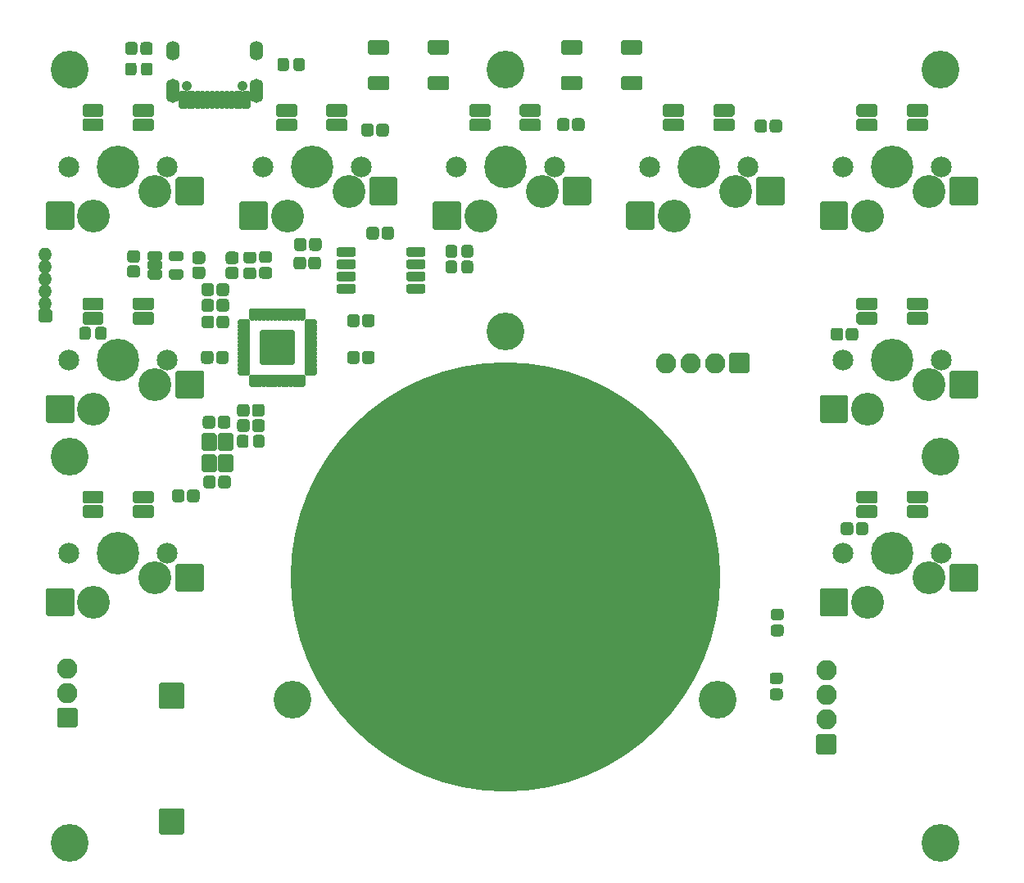
<source format=gbr>
G04 #@! TF.GenerationSoftware,KiCad,Pcbnew,(5.1.10)-1*
G04 #@! TF.CreationDate,2021-08-27T00:07:47-06:00*
G04 #@! TF.ProjectId,EncoderPad_RP2040,456e636f-6465-4725-9061-645f52503230,rev?*
G04 #@! TF.SameCoordinates,Original*
G04 #@! TF.FileFunction,Soldermask,Bot*
G04 #@! TF.FilePolarity,Negative*
%FSLAX46Y46*%
G04 Gerber Fmt 4.6, Leading zero omitted, Abs format (unit mm)*
G04 Created by KiCad (PCBNEW (5.1.10)-1) date 2021-08-27 00:07:47*
%MOMM*%
%LPD*%
G01*
G04 APERTURE LIST*
%ADD10O,2.100000X2.100000*%
%ADD11O,1.400000X1.400000*%
%ADD12C,3.400000*%
%ADD13C,2.150000*%
%ADD14C,4.400000*%
%ADD15O,1.400000X2.500000*%
%ADD16C,1.050000*%
%ADD17O,1.400000X2.000000*%
%ADD18C,44.400000*%
%ADD19C,3.900000*%
G04 APERTURE END LIST*
G36*
G01*
X65267000Y-86492000D02*
X65267000Y-85842000D01*
G75*
G02*
X65467000Y-85642000I200000J0D01*
G01*
X66527000Y-85642000D01*
G75*
G02*
X66727000Y-85842000I0J-200000D01*
G01*
X66727000Y-86492000D01*
G75*
G02*
X66527000Y-86692000I-200000J0D01*
G01*
X65467000Y-86692000D01*
G75*
G02*
X65267000Y-86492000I0J200000D01*
G01*
G37*
G36*
G01*
X65267000Y-84592000D02*
X65267000Y-83942000D01*
G75*
G02*
X65467000Y-83742000I200000J0D01*
G01*
X66527000Y-83742000D01*
G75*
G02*
X66727000Y-83942000I0J-200000D01*
G01*
X66727000Y-84592000D01*
G75*
G02*
X66527000Y-84792000I-200000J0D01*
G01*
X65467000Y-84792000D01*
G75*
G02*
X65267000Y-84592000I0J200000D01*
G01*
G37*
G36*
G01*
X63067000Y-84592000D02*
X63067000Y-83942000D01*
G75*
G02*
X63267000Y-83742000I200000J0D01*
G01*
X64327000Y-83742000D01*
G75*
G02*
X64527000Y-83942000I0J-200000D01*
G01*
X64527000Y-84592000D01*
G75*
G02*
X64327000Y-84792000I-200000J0D01*
G01*
X63267000Y-84792000D01*
G75*
G02*
X63067000Y-84592000I0J200000D01*
G01*
G37*
G36*
G01*
X63067000Y-85542000D02*
X63067000Y-84892000D01*
G75*
G02*
X63267000Y-84692000I200000J0D01*
G01*
X64327000Y-84692000D01*
G75*
G02*
X64527000Y-84892000I0J-200000D01*
G01*
X64527000Y-85542000D01*
G75*
G02*
X64327000Y-85742000I-200000J0D01*
G01*
X63267000Y-85742000D01*
G75*
G02*
X63067000Y-85542000I0J200000D01*
G01*
G37*
G36*
G01*
X63067000Y-86492000D02*
X63067000Y-85842000D01*
G75*
G02*
X63267000Y-85642000I200000J0D01*
G01*
X64327000Y-85642000D01*
G75*
G02*
X64527000Y-85842000I0J-200000D01*
G01*
X64527000Y-86492000D01*
G75*
G02*
X64327000Y-86692000I-200000J0D01*
G01*
X63267000Y-86692000D01*
G75*
G02*
X63067000Y-86492000I0J200000D01*
G01*
G37*
D10*
X133197600Y-127152400D03*
X133197600Y-129692400D03*
X133197600Y-132232400D03*
G36*
G01*
X132147600Y-135622400D02*
X132147600Y-133922400D01*
G75*
G02*
X132347600Y-133722400I200000J0D01*
G01*
X134047600Y-133722400D01*
G75*
G02*
X134247600Y-133922400I0J-200000D01*
G01*
X134247600Y-135622400D01*
G75*
G02*
X134047600Y-135822400I-200000J0D01*
G01*
X132347600Y-135822400D01*
G75*
G02*
X132147600Y-135622400I0J200000D01*
G01*
G37*
G36*
G01*
X57166800Y-91877800D02*
X57166800Y-92627800D01*
G75*
G02*
X56866800Y-92927800I-300000J0D01*
G01*
X56266800Y-92927800D01*
G75*
G02*
X55966800Y-92627800I0J300000D01*
G01*
X55966800Y-91877800D01*
G75*
G02*
X56266800Y-91577800I300000J0D01*
G01*
X56866800Y-91577800D01*
G75*
G02*
X57166800Y-91877800I0J-300000D01*
G01*
G37*
G36*
G01*
X58816800Y-91877800D02*
X58816800Y-92627800D01*
G75*
G02*
X58516800Y-92927800I-300000J0D01*
G01*
X57916800Y-92927800D01*
G75*
G02*
X57616800Y-92627800I0J300000D01*
G01*
X57616800Y-91877800D01*
G75*
G02*
X57916800Y-91577800I300000J0D01*
G01*
X58516800Y-91577800D01*
G75*
G02*
X58816800Y-91877800I0J-300000D01*
G01*
G37*
G36*
G01*
X62003900Y-62432550D02*
X62003900Y-63145050D01*
G75*
G02*
X61685150Y-63463800I-318750J0D01*
G01*
X61047650Y-63463800D01*
G75*
G02*
X60728900Y-63145050I0J318750D01*
G01*
X60728900Y-62432550D01*
G75*
G02*
X61047650Y-62113800I318750J0D01*
G01*
X61685150Y-62113800D01*
G75*
G02*
X62003900Y-62432550I0J-318750D01*
G01*
G37*
G36*
G01*
X63578900Y-62432550D02*
X63578900Y-63145050D01*
G75*
G02*
X63260150Y-63463800I-318750J0D01*
G01*
X62622650Y-63463800D01*
G75*
G02*
X62303900Y-63145050I0J318750D01*
G01*
X62303900Y-62432550D01*
G75*
G02*
X62622650Y-62113800I318750J0D01*
G01*
X63260150Y-62113800D01*
G75*
G02*
X63578900Y-62432550I0J-318750D01*
G01*
G37*
D11*
X52476400Y-84074000D03*
X52476400Y-85344000D03*
X52476400Y-86614000D03*
X52476400Y-87884000D03*
X52476400Y-89154000D03*
G36*
G01*
X51776400Y-90924000D02*
X51776400Y-89924000D01*
G75*
G02*
X51976400Y-89724000I200000J0D01*
G01*
X52976400Y-89724000D01*
G75*
G02*
X53176400Y-89924000I0J-200000D01*
G01*
X53176400Y-90924000D01*
G75*
G02*
X52976400Y-91124000I-200000J0D01*
G01*
X51976400Y-91124000D01*
G75*
G02*
X51776400Y-90924000I0J200000D01*
G01*
G37*
G36*
G01*
X128492600Y-121949000D02*
X127742600Y-121949000D01*
G75*
G02*
X127442600Y-121649000I0J300000D01*
G01*
X127442600Y-121049000D01*
G75*
G02*
X127742600Y-120749000I300000J0D01*
G01*
X128492600Y-120749000D01*
G75*
G02*
X128792600Y-121049000I0J-300000D01*
G01*
X128792600Y-121649000D01*
G75*
G02*
X128492600Y-121949000I-300000J0D01*
G01*
G37*
G36*
G01*
X128492600Y-123599000D02*
X127742600Y-123599000D01*
G75*
G02*
X127442600Y-123299000I0J300000D01*
G01*
X127442600Y-122699000D01*
G75*
G02*
X127742600Y-122399000I300000J0D01*
G01*
X128492600Y-122399000D01*
G75*
G02*
X128792600Y-122699000I0J-300000D01*
G01*
X128792600Y-123299000D01*
G75*
G02*
X128492600Y-123599000I-300000J0D01*
G01*
G37*
G36*
G01*
X127641000Y-129003000D02*
X128391000Y-129003000D01*
G75*
G02*
X128691000Y-129303000I0J-300000D01*
G01*
X128691000Y-129903000D01*
G75*
G02*
X128391000Y-130203000I-300000J0D01*
G01*
X127641000Y-130203000D01*
G75*
G02*
X127341000Y-129903000I0J300000D01*
G01*
X127341000Y-129303000D01*
G75*
G02*
X127641000Y-129003000I300000J0D01*
G01*
G37*
G36*
G01*
X127641000Y-127353000D02*
X128391000Y-127353000D01*
G75*
G02*
X128691000Y-127653000I0J-300000D01*
G01*
X128691000Y-128253000D01*
G75*
G02*
X128391000Y-128553000I-300000J0D01*
G01*
X127641000Y-128553000D01*
G75*
G02*
X127341000Y-128253000I0J300000D01*
G01*
X127341000Y-127653000D01*
G75*
G02*
X127641000Y-127353000I300000J0D01*
G01*
G37*
D10*
X54762400Y-126949200D03*
X54762400Y-129489200D03*
G36*
G01*
X53712400Y-132879200D02*
X53712400Y-131179200D01*
G75*
G02*
X53912400Y-130979200I200000J0D01*
G01*
X55612400Y-130979200D01*
G75*
G02*
X55812400Y-131179200I0J-200000D01*
G01*
X55812400Y-132879200D01*
G75*
G02*
X55612400Y-133079200I-200000J0D01*
G01*
X53912400Y-133079200D01*
G75*
G02*
X53712400Y-132879200I0J200000D01*
G01*
G37*
G36*
G01*
X138500000Y-108750000D02*
X138500000Y-109650000D01*
G75*
G02*
X138300000Y-109850000I-200000J0D01*
G01*
X136500000Y-109850000D01*
G75*
G02*
X136300000Y-109650000I0J200000D01*
G01*
X136300000Y-108750000D01*
G75*
G02*
X136500000Y-108550000I200000J0D01*
G01*
X138300000Y-108550000D01*
G75*
G02*
X138500000Y-108750000I0J-200000D01*
G01*
G37*
G36*
G01*
X138500000Y-110250000D02*
X138500000Y-111150000D01*
G75*
G02*
X138300000Y-111350000I-200000J0D01*
G01*
X136500000Y-111350000D01*
G75*
G02*
X136300000Y-111150000I0J200000D01*
G01*
X136300000Y-110250000D01*
G75*
G02*
X136500000Y-110050000I200000J0D01*
G01*
X138300000Y-110050000D01*
G75*
G02*
X138500000Y-110250000I0J-200000D01*
G01*
G37*
G36*
G01*
X143700000Y-108750000D02*
X143700000Y-109650000D01*
G75*
G02*
X143500000Y-109850000I-200000J0D01*
G01*
X141700000Y-109850000D01*
G75*
G02*
X141500000Y-109650000I0J200000D01*
G01*
X141500000Y-108750000D01*
G75*
G02*
X141700000Y-108550000I200000J0D01*
G01*
X143500000Y-108550000D01*
G75*
G02*
X143700000Y-108750000I0J-200000D01*
G01*
G37*
G36*
G01*
X143700000Y-110250000D02*
X143700000Y-111150000D01*
G75*
G02*
X143500000Y-111350000I-200000J0D01*
G01*
X141700000Y-111350000D01*
G75*
G02*
X141500000Y-111150000I0J200000D01*
G01*
X141500000Y-110250000D01*
G75*
G02*
X141700000Y-110050000I200000J0D01*
G01*
X143500000Y-110050000D01*
G75*
G02*
X143700000Y-110250000I0J-200000D01*
G01*
G37*
G36*
G01*
X135460000Y-118830000D02*
X135460000Y-121330000D01*
G75*
G02*
X135260000Y-121530000I-200000J0D01*
G01*
X132710000Y-121530000D01*
G75*
G02*
X132510000Y-121330000I0J200000D01*
G01*
X132510000Y-118830000D01*
G75*
G02*
X132710000Y-118630000I200000J0D01*
G01*
X135260000Y-118630000D01*
G75*
G02*
X135460000Y-118830000I0J-200000D01*
G01*
G37*
G36*
G01*
X148885000Y-116290000D02*
X148885000Y-118790000D01*
G75*
G02*
X148685000Y-118990000I-200000J0D01*
G01*
X146135000Y-118990000D01*
G75*
G02*
X145935000Y-118790000I0J200000D01*
G01*
X145935000Y-116290000D01*
G75*
G02*
X146135000Y-116090000I200000J0D01*
G01*
X148685000Y-116090000D01*
G75*
G02*
X148885000Y-116290000I0J-200000D01*
G01*
G37*
D12*
X137460000Y-120080000D03*
X143810000Y-117540000D03*
D13*
X134920000Y-115000000D03*
X145080000Y-115000000D03*
D14*
X140000000Y-115000000D03*
G36*
G01*
X138500000Y-88750000D02*
X138500000Y-89650000D01*
G75*
G02*
X138300000Y-89850000I-200000J0D01*
G01*
X136500000Y-89850000D01*
G75*
G02*
X136300000Y-89650000I0J200000D01*
G01*
X136300000Y-88750000D01*
G75*
G02*
X136500000Y-88550000I200000J0D01*
G01*
X138300000Y-88550000D01*
G75*
G02*
X138500000Y-88750000I0J-200000D01*
G01*
G37*
G36*
G01*
X138500000Y-90250000D02*
X138500000Y-91150000D01*
G75*
G02*
X138300000Y-91350000I-200000J0D01*
G01*
X136500000Y-91350000D01*
G75*
G02*
X136300000Y-91150000I0J200000D01*
G01*
X136300000Y-90250000D01*
G75*
G02*
X136500000Y-90050000I200000J0D01*
G01*
X138300000Y-90050000D01*
G75*
G02*
X138500000Y-90250000I0J-200000D01*
G01*
G37*
G36*
G01*
X143700000Y-88750000D02*
X143700000Y-89650000D01*
G75*
G02*
X143500000Y-89850000I-200000J0D01*
G01*
X141700000Y-89850000D01*
G75*
G02*
X141500000Y-89650000I0J200000D01*
G01*
X141500000Y-88750000D01*
G75*
G02*
X141700000Y-88550000I200000J0D01*
G01*
X143500000Y-88550000D01*
G75*
G02*
X143700000Y-88750000I0J-200000D01*
G01*
G37*
G36*
G01*
X143700000Y-90250000D02*
X143700000Y-91150000D01*
G75*
G02*
X143500000Y-91350000I-200000J0D01*
G01*
X141700000Y-91350000D01*
G75*
G02*
X141500000Y-91150000I0J200000D01*
G01*
X141500000Y-90250000D01*
G75*
G02*
X141700000Y-90050000I200000J0D01*
G01*
X143500000Y-90050000D01*
G75*
G02*
X143700000Y-90250000I0J-200000D01*
G01*
G37*
G36*
G01*
X135460000Y-98830000D02*
X135460000Y-101330000D01*
G75*
G02*
X135260000Y-101530000I-200000J0D01*
G01*
X132710000Y-101530000D01*
G75*
G02*
X132510000Y-101330000I0J200000D01*
G01*
X132510000Y-98830000D01*
G75*
G02*
X132710000Y-98630000I200000J0D01*
G01*
X135260000Y-98630000D01*
G75*
G02*
X135460000Y-98830000I0J-200000D01*
G01*
G37*
G36*
G01*
X148885000Y-96290000D02*
X148885000Y-98790000D01*
G75*
G02*
X148685000Y-98990000I-200000J0D01*
G01*
X146135000Y-98990000D01*
G75*
G02*
X145935000Y-98790000I0J200000D01*
G01*
X145935000Y-96290000D01*
G75*
G02*
X146135000Y-96090000I200000J0D01*
G01*
X148685000Y-96090000D01*
G75*
G02*
X148885000Y-96290000I0J-200000D01*
G01*
G37*
D12*
X137460000Y-100080000D03*
X143810000Y-97540000D03*
D13*
X134920000Y-95000000D03*
X145080000Y-95000000D03*
D14*
X140000000Y-95000000D03*
G36*
G01*
X138500000Y-68750000D02*
X138500000Y-69650000D01*
G75*
G02*
X138300000Y-69850000I-200000J0D01*
G01*
X136500000Y-69850000D01*
G75*
G02*
X136300000Y-69650000I0J200000D01*
G01*
X136300000Y-68750000D01*
G75*
G02*
X136500000Y-68550000I200000J0D01*
G01*
X138300000Y-68550000D01*
G75*
G02*
X138500000Y-68750000I0J-200000D01*
G01*
G37*
G36*
G01*
X138500000Y-70250000D02*
X138500000Y-71150000D01*
G75*
G02*
X138300000Y-71350000I-200000J0D01*
G01*
X136500000Y-71350000D01*
G75*
G02*
X136300000Y-71150000I0J200000D01*
G01*
X136300000Y-70250000D01*
G75*
G02*
X136500000Y-70050000I200000J0D01*
G01*
X138300000Y-70050000D01*
G75*
G02*
X138500000Y-70250000I0J-200000D01*
G01*
G37*
G36*
G01*
X143700000Y-68750000D02*
X143700000Y-69650000D01*
G75*
G02*
X143500000Y-69850000I-200000J0D01*
G01*
X141700000Y-69850000D01*
G75*
G02*
X141500000Y-69650000I0J200000D01*
G01*
X141500000Y-68750000D01*
G75*
G02*
X141700000Y-68550000I200000J0D01*
G01*
X143500000Y-68550000D01*
G75*
G02*
X143700000Y-68750000I0J-200000D01*
G01*
G37*
G36*
G01*
X143700000Y-70250000D02*
X143700000Y-71150000D01*
G75*
G02*
X143500000Y-71350000I-200000J0D01*
G01*
X141700000Y-71350000D01*
G75*
G02*
X141500000Y-71150000I0J200000D01*
G01*
X141500000Y-70250000D01*
G75*
G02*
X141700000Y-70050000I200000J0D01*
G01*
X143500000Y-70050000D01*
G75*
G02*
X143700000Y-70250000I0J-200000D01*
G01*
G37*
G36*
G01*
X135460000Y-78830000D02*
X135460000Y-81330000D01*
G75*
G02*
X135260000Y-81530000I-200000J0D01*
G01*
X132710000Y-81530000D01*
G75*
G02*
X132510000Y-81330000I0J200000D01*
G01*
X132510000Y-78830000D01*
G75*
G02*
X132710000Y-78630000I200000J0D01*
G01*
X135260000Y-78630000D01*
G75*
G02*
X135460000Y-78830000I0J-200000D01*
G01*
G37*
G36*
G01*
X148885000Y-76290000D02*
X148885000Y-78790000D01*
G75*
G02*
X148685000Y-78990000I-200000J0D01*
G01*
X146135000Y-78990000D01*
G75*
G02*
X145935000Y-78790000I0J200000D01*
G01*
X145935000Y-76290000D01*
G75*
G02*
X146135000Y-76090000I200000J0D01*
G01*
X148685000Y-76090000D01*
G75*
G02*
X148885000Y-76290000I0J-200000D01*
G01*
G37*
D12*
X137460000Y-80080000D03*
X143810000Y-77540000D03*
D13*
X134920000Y-75000000D03*
X145080000Y-75000000D03*
D14*
X140000000Y-75000000D03*
G36*
G01*
X118500000Y-68750000D02*
X118500000Y-69650000D01*
G75*
G02*
X118300000Y-69850000I-200000J0D01*
G01*
X116500000Y-69850000D01*
G75*
G02*
X116300000Y-69650000I0J200000D01*
G01*
X116300000Y-68750000D01*
G75*
G02*
X116500000Y-68550000I200000J0D01*
G01*
X118300000Y-68550000D01*
G75*
G02*
X118500000Y-68750000I0J-200000D01*
G01*
G37*
G36*
G01*
X118500000Y-70250000D02*
X118500000Y-71150000D01*
G75*
G02*
X118300000Y-71350000I-200000J0D01*
G01*
X116500000Y-71350000D01*
G75*
G02*
X116300000Y-71150000I0J200000D01*
G01*
X116300000Y-70250000D01*
G75*
G02*
X116500000Y-70050000I200000J0D01*
G01*
X118300000Y-70050000D01*
G75*
G02*
X118500000Y-70250000I0J-200000D01*
G01*
G37*
G36*
G01*
X123700000Y-68750000D02*
X123700000Y-69650000D01*
G75*
G02*
X123500000Y-69850000I-200000J0D01*
G01*
X121700000Y-69850000D01*
G75*
G02*
X121500000Y-69650000I0J200000D01*
G01*
X121500000Y-68750000D01*
G75*
G02*
X121700000Y-68550000I200000J0D01*
G01*
X123500000Y-68550000D01*
G75*
G02*
X123700000Y-68750000I0J-200000D01*
G01*
G37*
G36*
G01*
X123700000Y-70250000D02*
X123700000Y-71150000D01*
G75*
G02*
X123500000Y-71350000I-200000J0D01*
G01*
X121700000Y-71350000D01*
G75*
G02*
X121500000Y-71150000I0J200000D01*
G01*
X121500000Y-70250000D01*
G75*
G02*
X121700000Y-70050000I200000J0D01*
G01*
X123500000Y-70050000D01*
G75*
G02*
X123700000Y-70250000I0J-200000D01*
G01*
G37*
G36*
G01*
X115460000Y-78830000D02*
X115460000Y-81330000D01*
G75*
G02*
X115260000Y-81530000I-200000J0D01*
G01*
X112710000Y-81530000D01*
G75*
G02*
X112510000Y-81330000I0J200000D01*
G01*
X112510000Y-78830000D01*
G75*
G02*
X112710000Y-78630000I200000J0D01*
G01*
X115260000Y-78630000D01*
G75*
G02*
X115460000Y-78830000I0J-200000D01*
G01*
G37*
G36*
G01*
X128885000Y-76290000D02*
X128885000Y-78790000D01*
G75*
G02*
X128685000Y-78990000I-200000J0D01*
G01*
X126135000Y-78990000D01*
G75*
G02*
X125935000Y-78790000I0J200000D01*
G01*
X125935000Y-76290000D01*
G75*
G02*
X126135000Y-76090000I200000J0D01*
G01*
X128685000Y-76090000D01*
G75*
G02*
X128885000Y-76290000I0J-200000D01*
G01*
G37*
D12*
X117460000Y-80080000D03*
X123810000Y-77540000D03*
D13*
X114920000Y-75000000D03*
X125080000Y-75000000D03*
D14*
X120000000Y-75000000D03*
G36*
G01*
X98500000Y-68750000D02*
X98500000Y-69650000D01*
G75*
G02*
X98300000Y-69850000I-200000J0D01*
G01*
X96500000Y-69850000D01*
G75*
G02*
X96300000Y-69650000I0J200000D01*
G01*
X96300000Y-68750000D01*
G75*
G02*
X96500000Y-68550000I200000J0D01*
G01*
X98300000Y-68550000D01*
G75*
G02*
X98500000Y-68750000I0J-200000D01*
G01*
G37*
G36*
G01*
X98500000Y-70250000D02*
X98500000Y-71150000D01*
G75*
G02*
X98300000Y-71350000I-200000J0D01*
G01*
X96500000Y-71350000D01*
G75*
G02*
X96300000Y-71150000I0J200000D01*
G01*
X96300000Y-70250000D01*
G75*
G02*
X96500000Y-70050000I200000J0D01*
G01*
X98300000Y-70050000D01*
G75*
G02*
X98500000Y-70250000I0J-200000D01*
G01*
G37*
G36*
G01*
X103700000Y-68750000D02*
X103700000Y-69650000D01*
G75*
G02*
X103500000Y-69850000I-200000J0D01*
G01*
X101700000Y-69850000D01*
G75*
G02*
X101500000Y-69650000I0J200000D01*
G01*
X101500000Y-68750000D01*
G75*
G02*
X101700000Y-68550000I200000J0D01*
G01*
X103500000Y-68550000D01*
G75*
G02*
X103700000Y-68750000I0J-200000D01*
G01*
G37*
G36*
G01*
X103700000Y-70250000D02*
X103700000Y-71150000D01*
G75*
G02*
X103500000Y-71350000I-200000J0D01*
G01*
X101700000Y-71350000D01*
G75*
G02*
X101500000Y-71150000I0J200000D01*
G01*
X101500000Y-70250000D01*
G75*
G02*
X101700000Y-70050000I200000J0D01*
G01*
X103500000Y-70050000D01*
G75*
G02*
X103700000Y-70250000I0J-200000D01*
G01*
G37*
G36*
G01*
X95460000Y-78830000D02*
X95460000Y-81330000D01*
G75*
G02*
X95260000Y-81530000I-200000J0D01*
G01*
X92710000Y-81530000D01*
G75*
G02*
X92510000Y-81330000I0J200000D01*
G01*
X92510000Y-78830000D01*
G75*
G02*
X92710000Y-78630000I200000J0D01*
G01*
X95260000Y-78630000D01*
G75*
G02*
X95460000Y-78830000I0J-200000D01*
G01*
G37*
G36*
G01*
X108885000Y-76290000D02*
X108885000Y-78790000D01*
G75*
G02*
X108685000Y-78990000I-200000J0D01*
G01*
X106135000Y-78990000D01*
G75*
G02*
X105935000Y-78790000I0J200000D01*
G01*
X105935000Y-76290000D01*
G75*
G02*
X106135000Y-76090000I200000J0D01*
G01*
X108685000Y-76090000D01*
G75*
G02*
X108885000Y-76290000I0J-200000D01*
G01*
G37*
D12*
X97460000Y-80080000D03*
X103810000Y-77540000D03*
D13*
X94920000Y-75000000D03*
X105080000Y-75000000D03*
D14*
X100000000Y-75000000D03*
G36*
G01*
X78510000Y-68750000D02*
X78510000Y-69650000D01*
G75*
G02*
X78310000Y-69850000I-200000J0D01*
G01*
X76510000Y-69850000D01*
G75*
G02*
X76310000Y-69650000I0J200000D01*
G01*
X76310000Y-68750000D01*
G75*
G02*
X76510000Y-68550000I200000J0D01*
G01*
X78310000Y-68550000D01*
G75*
G02*
X78510000Y-68750000I0J-200000D01*
G01*
G37*
G36*
G01*
X78510000Y-70250000D02*
X78510000Y-71150000D01*
G75*
G02*
X78310000Y-71350000I-200000J0D01*
G01*
X76510000Y-71350000D01*
G75*
G02*
X76310000Y-71150000I0J200000D01*
G01*
X76310000Y-70250000D01*
G75*
G02*
X76510000Y-70050000I200000J0D01*
G01*
X78310000Y-70050000D01*
G75*
G02*
X78510000Y-70250000I0J-200000D01*
G01*
G37*
G36*
G01*
X83710000Y-68750000D02*
X83710000Y-69650000D01*
G75*
G02*
X83510000Y-69850000I-200000J0D01*
G01*
X81710000Y-69850000D01*
G75*
G02*
X81510000Y-69650000I0J200000D01*
G01*
X81510000Y-68750000D01*
G75*
G02*
X81710000Y-68550000I200000J0D01*
G01*
X83510000Y-68550000D01*
G75*
G02*
X83710000Y-68750000I0J-200000D01*
G01*
G37*
G36*
G01*
X83710000Y-70250000D02*
X83710000Y-71150000D01*
G75*
G02*
X83510000Y-71350000I-200000J0D01*
G01*
X81710000Y-71350000D01*
G75*
G02*
X81510000Y-71150000I0J200000D01*
G01*
X81510000Y-70250000D01*
G75*
G02*
X81710000Y-70050000I200000J0D01*
G01*
X83510000Y-70050000D01*
G75*
G02*
X83710000Y-70250000I0J-200000D01*
G01*
G37*
G36*
G01*
X75470000Y-78830000D02*
X75470000Y-81330000D01*
G75*
G02*
X75270000Y-81530000I-200000J0D01*
G01*
X72720000Y-81530000D01*
G75*
G02*
X72520000Y-81330000I0J200000D01*
G01*
X72520000Y-78830000D01*
G75*
G02*
X72720000Y-78630000I200000J0D01*
G01*
X75270000Y-78630000D01*
G75*
G02*
X75470000Y-78830000I0J-200000D01*
G01*
G37*
G36*
G01*
X88895000Y-76290000D02*
X88895000Y-78790000D01*
G75*
G02*
X88695000Y-78990000I-200000J0D01*
G01*
X86145000Y-78990000D01*
G75*
G02*
X85945000Y-78790000I0J200000D01*
G01*
X85945000Y-76290000D01*
G75*
G02*
X86145000Y-76090000I200000J0D01*
G01*
X88695000Y-76090000D01*
G75*
G02*
X88895000Y-76290000I0J-200000D01*
G01*
G37*
D12*
X77470000Y-80080000D03*
X83820000Y-77540000D03*
D13*
X74930000Y-75000000D03*
X85090000Y-75000000D03*
D14*
X80010000Y-75000000D03*
G36*
G01*
X58500000Y-68750000D02*
X58500000Y-69650000D01*
G75*
G02*
X58300000Y-69850000I-200000J0D01*
G01*
X56500000Y-69850000D01*
G75*
G02*
X56300000Y-69650000I0J200000D01*
G01*
X56300000Y-68750000D01*
G75*
G02*
X56500000Y-68550000I200000J0D01*
G01*
X58300000Y-68550000D01*
G75*
G02*
X58500000Y-68750000I0J-200000D01*
G01*
G37*
G36*
G01*
X58500000Y-70250000D02*
X58500000Y-71150000D01*
G75*
G02*
X58300000Y-71350000I-200000J0D01*
G01*
X56500000Y-71350000D01*
G75*
G02*
X56300000Y-71150000I0J200000D01*
G01*
X56300000Y-70250000D01*
G75*
G02*
X56500000Y-70050000I200000J0D01*
G01*
X58300000Y-70050000D01*
G75*
G02*
X58500000Y-70250000I0J-200000D01*
G01*
G37*
G36*
G01*
X63700000Y-68750000D02*
X63700000Y-69650000D01*
G75*
G02*
X63500000Y-69850000I-200000J0D01*
G01*
X61700000Y-69850000D01*
G75*
G02*
X61500000Y-69650000I0J200000D01*
G01*
X61500000Y-68750000D01*
G75*
G02*
X61700000Y-68550000I200000J0D01*
G01*
X63500000Y-68550000D01*
G75*
G02*
X63700000Y-68750000I0J-200000D01*
G01*
G37*
G36*
G01*
X63700000Y-70250000D02*
X63700000Y-71150000D01*
G75*
G02*
X63500000Y-71350000I-200000J0D01*
G01*
X61700000Y-71350000D01*
G75*
G02*
X61500000Y-71150000I0J200000D01*
G01*
X61500000Y-70250000D01*
G75*
G02*
X61700000Y-70050000I200000J0D01*
G01*
X63500000Y-70050000D01*
G75*
G02*
X63700000Y-70250000I0J-200000D01*
G01*
G37*
G36*
G01*
X55460000Y-78830000D02*
X55460000Y-81330000D01*
G75*
G02*
X55260000Y-81530000I-200000J0D01*
G01*
X52710000Y-81530000D01*
G75*
G02*
X52510000Y-81330000I0J200000D01*
G01*
X52510000Y-78830000D01*
G75*
G02*
X52710000Y-78630000I200000J0D01*
G01*
X55260000Y-78630000D01*
G75*
G02*
X55460000Y-78830000I0J-200000D01*
G01*
G37*
G36*
G01*
X68885000Y-76290000D02*
X68885000Y-78790000D01*
G75*
G02*
X68685000Y-78990000I-200000J0D01*
G01*
X66135000Y-78990000D01*
G75*
G02*
X65935000Y-78790000I0J200000D01*
G01*
X65935000Y-76290000D01*
G75*
G02*
X66135000Y-76090000I200000J0D01*
G01*
X68685000Y-76090000D01*
G75*
G02*
X68885000Y-76290000I0J-200000D01*
G01*
G37*
D12*
X57460000Y-80080000D03*
X63810000Y-77540000D03*
D13*
X54920000Y-75000000D03*
X65080000Y-75000000D03*
D14*
X60000000Y-75000000D03*
G36*
G01*
X58500000Y-88750000D02*
X58500000Y-89650000D01*
G75*
G02*
X58300000Y-89850000I-200000J0D01*
G01*
X56500000Y-89850000D01*
G75*
G02*
X56300000Y-89650000I0J200000D01*
G01*
X56300000Y-88750000D01*
G75*
G02*
X56500000Y-88550000I200000J0D01*
G01*
X58300000Y-88550000D01*
G75*
G02*
X58500000Y-88750000I0J-200000D01*
G01*
G37*
G36*
G01*
X58500000Y-90250000D02*
X58500000Y-91150000D01*
G75*
G02*
X58300000Y-91350000I-200000J0D01*
G01*
X56500000Y-91350000D01*
G75*
G02*
X56300000Y-91150000I0J200000D01*
G01*
X56300000Y-90250000D01*
G75*
G02*
X56500000Y-90050000I200000J0D01*
G01*
X58300000Y-90050000D01*
G75*
G02*
X58500000Y-90250000I0J-200000D01*
G01*
G37*
G36*
G01*
X63700000Y-88750000D02*
X63700000Y-89650000D01*
G75*
G02*
X63500000Y-89850000I-200000J0D01*
G01*
X61700000Y-89850000D01*
G75*
G02*
X61500000Y-89650000I0J200000D01*
G01*
X61500000Y-88750000D01*
G75*
G02*
X61700000Y-88550000I200000J0D01*
G01*
X63500000Y-88550000D01*
G75*
G02*
X63700000Y-88750000I0J-200000D01*
G01*
G37*
G36*
G01*
X63700000Y-90250000D02*
X63700000Y-91150000D01*
G75*
G02*
X63500000Y-91350000I-200000J0D01*
G01*
X61700000Y-91350000D01*
G75*
G02*
X61500000Y-91150000I0J200000D01*
G01*
X61500000Y-90250000D01*
G75*
G02*
X61700000Y-90050000I200000J0D01*
G01*
X63500000Y-90050000D01*
G75*
G02*
X63700000Y-90250000I0J-200000D01*
G01*
G37*
G36*
G01*
X55460000Y-98830000D02*
X55460000Y-101330000D01*
G75*
G02*
X55260000Y-101530000I-200000J0D01*
G01*
X52710000Y-101530000D01*
G75*
G02*
X52510000Y-101330000I0J200000D01*
G01*
X52510000Y-98830000D01*
G75*
G02*
X52710000Y-98630000I200000J0D01*
G01*
X55260000Y-98630000D01*
G75*
G02*
X55460000Y-98830000I0J-200000D01*
G01*
G37*
G36*
G01*
X68885000Y-96290000D02*
X68885000Y-98790000D01*
G75*
G02*
X68685000Y-98990000I-200000J0D01*
G01*
X66135000Y-98990000D01*
G75*
G02*
X65935000Y-98790000I0J200000D01*
G01*
X65935000Y-96290000D01*
G75*
G02*
X66135000Y-96090000I200000J0D01*
G01*
X68685000Y-96090000D01*
G75*
G02*
X68885000Y-96290000I0J-200000D01*
G01*
G37*
D12*
X57460000Y-100080000D03*
X63810000Y-97540000D03*
D13*
X54920000Y-95000000D03*
X65080000Y-95000000D03*
D14*
X60000000Y-95000000D03*
G36*
G01*
X58500000Y-108750000D02*
X58500000Y-109650000D01*
G75*
G02*
X58300000Y-109850000I-200000J0D01*
G01*
X56500000Y-109850000D01*
G75*
G02*
X56300000Y-109650000I0J200000D01*
G01*
X56300000Y-108750000D01*
G75*
G02*
X56500000Y-108550000I200000J0D01*
G01*
X58300000Y-108550000D01*
G75*
G02*
X58500000Y-108750000I0J-200000D01*
G01*
G37*
G36*
G01*
X58500000Y-110250000D02*
X58500000Y-111150000D01*
G75*
G02*
X58300000Y-111350000I-200000J0D01*
G01*
X56500000Y-111350000D01*
G75*
G02*
X56300000Y-111150000I0J200000D01*
G01*
X56300000Y-110250000D01*
G75*
G02*
X56500000Y-110050000I200000J0D01*
G01*
X58300000Y-110050000D01*
G75*
G02*
X58500000Y-110250000I0J-200000D01*
G01*
G37*
G36*
G01*
X63700000Y-108750000D02*
X63700000Y-109650000D01*
G75*
G02*
X63500000Y-109850000I-200000J0D01*
G01*
X61700000Y-109850000D01*
G75*
G02*
X61500000Y-109650000I0J200000D01*
G01*
X61500000Y-108750000D01*
G75*
G02*
X61700000Y-108550000I200000J0D01*
G01*
X63500000Y-108550000D01*
G75*
G02*
X63700000Y-108750000I0J-200000D01*
G01*
G37*
G36*
G01*
X63700000Y-110250000D02*
X63700000Y-111150000D01*
G75*
G02*
X63500000Y-111350000I-200000J0D01*
G01*
X61700000Y-111350000D01*
G75*
G02*
X61500000Y-111150000I0J200000D01*
G01*
X61500000Y-110250000D01*
G75*
G02*
X61700000Y-110050000I200000J0D01*
G01*
X63500000Y-110050000D01*
G75*
G02*
X63700000Y-110250000I0J-200000D01*
G01*
G37*
G36*
G01*
X55460000Y-118830000D02*
X55460000Y-121330000D01*
G75*
G02*
X55260000Y-121530000I-200000J0D01*
G01*
X52710000Y-121530000D01*
G75*
G02*
X52510000Y-121330000I0J200000D01*
G01*
X52510000Y-118830000D01*
G75*
G02*
X52710000Y-118630000I200000J0D01*
G01*
X55260000Y-118630000D01*
G75*
G02*
X55460000Y-118830000I0J-200000D01*
G01*
G37*
G36*
G01*
X68885000Y-116290000D02*
X68885000Y-118790000D01*
G75*
G02*
X68685000Y-118990000I-200000J0D01*
G01*
X66135000Y-118990000D01*
G75*
G02*
X65935000Y-118790000I0J200000D01*
G01*
X65935000Y-116290000D01*
G75*
G02*
X66135000Y-116090000I200000J0D01*
G01*
X68685000Y-116090000D01*
G75*
G02*
X68885000Y-116290000I0J-200000D01*
G01*
G37*
D12*
X57460000Y-120080000D03*
X63810000Y-117540000D03*
D13*
X54920000Y-115000000D03*
X65080000Y-115000000D03*
D14*
X60000000Y-115000000D03*
G36*
G01*
X135981200Y-112121200D02*
X135981200Y-112821200D01*
G75*
G02*
X135656200Y-113146200I-325000J0D01*
G01*
X135006200Y-113146200D01*
G75*
G02*
X134681200Y-112821200I0J325000D01*
G01*
X134681200Y-112121200D01*
G75*
G02*
X135006200Y-111796200I325000J0D01*
G01*
X135656200Y-111796200D01*
G75*
G02*
X135981200Y-112121200I0J-325000D01*
G01*
G37*
G36*
G01*
X137531200Y-112121200D02*
X137531200Y-112821200D01*
G75*
G02*
X137206200Y-113146200I-325000J0D01*
G01*
X136556200Y-113146200D01*
G75*
G02*
X136231200Y-112821200I0J325000D01*
G01*
X136231200Y-112121200D01*
G75*
G02*
X136556200Y-111796200I325000J0D01*
G01*
X137206200Y-111796200D01*
G75*
G02*
X137531200Y-112121200I0J-325000D01*
G01*
G37*
G36*
G01*
X134939200Y-92004400D02*
X134939200Y-92704400D01*
G75*
G02*
X134614200Y-93029400I-325000J0D01*
G01*
X133964200Y-93029400D01*
G75*
G02*
X133639200Y-92704400I0J325000D01*
G01*
X133639200Y-92004400D01*
G75*
G02*
X133964200Y-91679400I325000J0D01*
G01*
X134614200Y-91679400D01*
G75*
G02*
X134939200Y-92004400I0J-325000D01*
G01*
G37*
G36*
G01*
X136489200Y-92004400D02*
X136489200Y-92704400D01*
G75*
G02*
X136164200Y-93029400I-325000J0D01*
G01*
X135514200Y-93029400D01*
G75*
G02*
X135189200Y-92704400I0J325000D01*
G01*
X135189200Y-92004400D01*
G75*
G02*
X135514200Y-91679400I325000J0D01*
G01*
X136164200Y-91679400D01*
G75*
G02*
X136489200Y-92004400I0J-325000D01*
G01*
G37*
G36*
G01*
X127328200Y-71165200D02*
X127328200Y-70465200D01*
G75*
G02*
X127653200Y-70140200I325000J0D01*
G01*
X128303200Y-70140200D01*
G75*
G02*
X128628200Y-70465200I0J-325000D01*
G01*
X128628200Y-71165200D01*
G75*
G02*
X128303200Y-71490200I-325000J0D01*
G01*
X127653200Y-71490200D01*
G75*
G02*
X127328200Y-71165200I0J325000D01*
G01*
G37*
G36*
G01*
X125778200Y-71165200D02*
X125778200Y-70465200D01*
G75*
G02*
X126103200Y-70140200I325000J0D01*
G01*
X126753200Y-70140200D01*
G75*
G02*
X127078200Y-70465200I0J-325000D01*
G01*
X127078200Y-71165200D01*
G75*
G02*
X126753200Y-71490200I-325000J0D01*
G01*
X126103200Y-71490200D01*
G75*
G02*
X125778200Y-71165200I0J325000D01*
G01*
G37*
G36*
G01*
X106906600Y-71012800D02*
X106906600Y-70312800D01*
G75*
G02*
X107231600Y-69987800I325000J0D01*
G01*
X107881600Y-69987800D01*
G75*
G02*
X108206600Y-70312800I0J-325000D01*
G01*
X108206600Y-71012800D01*
G75*
G02*
X107881600Y-71337800I-325000J0D01*
G01*
X107231600Y-71337800D01*
G75*
G02*
X106906600Y-71012800I0J325000D01*
G01*
G37*
G36*
G01*
X105356600Y-71012800D02*
X105356600Y-70312800D01*
G75*
G02*
X105681600Y-69987800I325000J0D01*
G01*
X106331600Y-69987800D01*
G75*
G02*
X106656600Y-70312800I0J-325000D01*
G01*
X106656600Y-71012800D01*
G75*
G02*
X106331600Y-71337800I-325000J0D01*
G01*
X105681600Y-71337800D01*
G75*
G02*
X105356600Y-71012800I0J325000D01*
G01*
G37*
G36*
G01*
X67117200Y-109417600D02*
X67117200Y-108717600D01*
G75*
G02*
X67442200Y-108392600I325000J0D01*
G01*
X68092200Y-108392600D01*
G75*
G02*
X68417200Y-108717600I0J-325000D01*
G01*
X68417200Y-109417600D01*
G75*
G02*
X68092200Y-109742600I-325000J0D01*
G01*
X67442200Y-109742600D01*
G75*
G02*
X67117200Y-109417600I0J325000D01*
G01*
G37*
G36*
G01*
X65567200Y-109417600D02*
X65567200Y-108717600D01*
G75*
G02*
X65892200Y-108392600I325000J0D01*
G01*
X66542200Y-108392600D01*
G75*
G02*
X66867200Y-108717600I0J-325000D01*
G01*
X66867200Y-109417600D01*
G75*
G02*
X66542200Y-109742600I-325000J0D01*
G01*
X65892200Y-109742600D01*
G75*
G02*
X65567200Y-109417600I0J325000D01*
G01*
G37*
G36*
G01*
X86675200Y-71571600D02*
X86675200Y-70871600D01*
G75*
G02*
X87000200Y-70546600I325000J0D01*
G01*
X87650200Y-70546600D01*
G75*
G02*
X87975200Y-70871600I0J-325000D01*
G01*
X87975200Y-71571600D01*
G75*
G02*
X87650200Y-71896600I-325000J0D01*
G01*
X87000200Y-71896600D01*
G75*
G02*
X86675200Y-71571600I0J325000D01*
G01*
G37*
G36*
G01*
X85125200Y-71571600D02*
X85125200Y-70871600D01*
G75*
G02*
X85450200Y-70546600I325000J0D01*
G01*
X86100200Y-70546600D01*
G75*
G02*
X86425200Y-70871600I0J-325000D01*
G01*
X86425200Y-71571600D01*
G75*
G02*
X86100200Y-71896600I-325000J0D01*
G01*
X85450200Y-71896600D01*
G75*
G02*
X85125200Y-71571600I0J325000D01*
G01*
G37*
G36*
G01*
X69915200Y-87381600D02*
X69915200Y-88081600D01*
G75*
G02*
X69590200Y-88406600I-325000J0D01*
G01*
X68940200Y-88406600D01*
G75*
G02*
X68615200Y-88081600I0J325000D01*
G01*
X68615200Y-87381600D01*
G75*
G02*
X68940200Y-87056600I325000J0D01*
G01*
X69590200Y-87056600D01*
G75*
G02*
X69915200Y-87381600I0J-325000D01*
G01*
G37*
G36*
G01*
X71465200Y-87381600D02*
X71465200Y-88081600D01*
G75*
G02*
X71140200Y-88406600I-325000J0D01*
G01*
X70490200Y-88406600D01*
G75*
G02*
X70165200Y-88081600I0J325000D01*
G01*
X70165200Y-87381600D01*
G75*
G02*
X70490200Y-87056600I325000J0D01*
G01*
X71140200Y-87056600D01*
G75*
G02*
X71465200Y-87381600I0J-325000D01*
G01*
G37*
G36*
G01*
X85215000Y-91282000D02*
X85215000Y-90582000D01*
G75*
G02*
X85540000Y-90257000I325000J0D01*
G01*
X86190000Y-90257000D01*
G75*
G02*
X86515000Y-90582000I0J-325000D01*
G01*
X86515000Y-91282000D01*
G75*
G02*
X86190000Y-91607000I-325000J0D01*
G01*
X85540000Y-91607000D01*
G75*
G02*
X85215000Y-91282000I0J325000D01*
G01*
G37*
G36*
G01*
X83665000Y-91282000D02*
X83665000Y-90582000D01*
G75*
G02*
X83990000Y-90257000I325000J0D01*
G01*
X84640000Y-90257000D01*
G75*
G02*
X84965000Y-90582000I0J-325000D01*
G01*
X84965000Y-91282000D01*
G75*
G02*
X84640000Y-91607000I-325000J0D01*
G01*
X83990000Y-91607000D01*
G75*
G02*
X83665000Y-91282000I0J325000D01*
G01*
G37*
G36*
G01*
X69864400Y-94392000D02*
X69864400Y-95092000D01*
G75*
G02*
X69539400Y-95417000I-325000J0D01*
G01*
X68889400Y-95417000D01*
G75*
G02*
X68564400Y-95092000I0J325000D01*
G01*
X68564400Y-94392000D01*
G75*
G02*
X68889400Y-94067000I325000J0D01*
G01*
X69539400Y-94067000D01*
G75*
G02*
X69864400Y-94392000I0J-325000D01*
G01*
G37*
G36*
G01*
X71414400Y-94392000D02*
X71414400Y-95092000D01*
G75*
G02*
X71089400Y-95417000I-325000J0D01*
G01*
X70439400Y-95417000D01*
G75*
G02*
X70114400Y-95092000I0J325000D01*
G01*
X70114400Y-94392000D01*
G75*
G02*
X70439400Y-94067000I325000J0D01*
G01*
X71089400Y-94067000D01*
G75*
G02*
X71414400Y-94392000I0J-325000D01*
G01*
G37*
G36*
G01*
X69915200Y-89007200D02*
X69915200Y-89707200D01*
G75*
G02*
X69590200Y-90032200I-325000J0D01*
G01*
X68940200Y-90032200D01*
G75*
G02*
X68615200Y-89707200I0J325000D01*
G01*
X68615200Y-89007200D01*
G75*
G02*
X68940200Y-88682200I325000J0D01*
G01*
X69590200Y-88682200D01*
G75*
G02*
X69915200Y-89007200I0J-325000D01*
G01*
G37*
G36*
G01*
X71465200Y-89007200D02*
X71465200Y-89707200D01*
G75*
G02*
X71140200Y-90032200I-325000J0D01*
G01*
X70490200Y-90032200D01*
G75*
G02*
X70165200Y-89707200I0J325000D01*
G01*
X70165200Y-89007200D01*
G75*
G02*
X70490200Y-88682200I325000J0D01*
G01*
X71140200Y-88682200D01*
G75*
G02*
X71465200Y-89007200I0J-325000D01*
G01*
G37*
G36*
G01*
X79728600Y-83408000D02*
X79728600Y-82708000D01*
G75*
G02*
X80053600Y-82383000I325000J0D01*
G01*
X80703600Y-82383000D01*
G75*
G02*
X81028600Y-82708000I0J-325000D01*
G01*
X81028600Y-83408000D01*
G75*
G02*
X80703600Y-83733000I-325000J0D01*
G01*
X80053600Y-83733000D01*
G75*
G02*
X79728600Y-83408000I0J325000D01*
G01*
G37*
G36*
G01*
X78178600Y-83408000D02*
X78178600Y-82708000D01*
G75*
G02*
X78503600Y-82383000I325000J0D01*
G01*
X79153600Y-82383000D01*
G75*
G02*
X79478600Y-82708000I0J-325000D01*
G01*
X79478600Y-83408000D01*
G75*
G02*
X79153600Y-83733000I-325000J0D01*
G01*
X78503600Y-83733000D01*
G75*
G02*
X78178600Y-83408000I0J325000D01*
G01*
G37*
G36*
G01*
X73598800Y-101453200D02*
X73598800Y-102153200D01*
G75*
G02*
X73273800Y-102478200I-325000J0D01*
G01*
X72623800Y-102478200D01*
G75*
G02*
X72298800Y-102153200I0J325000D01*
G01*
X72298800Y-101453200D01*
G75*
G02*
X72623800Y-101128200I325000J0D01*
G01*
X73273800Y-101128200D01*
G75*
G02*
X73598800Y-101453200I0J-325000D01*
G01*
G37*
G36*
G01*
X75148800Y-101453200D02*
X75148800Y-102153200D01*
G75*
G02*
X74823800Y-102478200I-325000J0D01*
G01*
X74173800Y-102478200D01*
G75*
G02*
X73848800Y-102153200I0J325000D01*
G01*
X73848800Y-101453200D01*
G75*
G02*
X74173800Y-101128200I325000J0D01*
G01*
X74823800Y-101128200D01*
G75*
G02*
X75148800Y-101453200I0J-325000D01*
G01*
G37*
G36*
G01*
X69928200Y-90734400D02*
X69928200Y-91434400D01*
G75*
G02*
X69603200Y-91759400I-325000J0D01*
G01*
X68953200Y-91759400D01*
G75*
G02*
X68628200Y-91434400I0J325000D01*
G01*
X68628200Y-90734400D01*
G75*
G02*
X68953200Y-90409400I325000J0D01*
G01*
X69603200Y-90409400D01*
G75*
G02*
X69928200Y-90734400I0J-325000D01*
G01*
G37*
G36*
G01*
X71478200Y-90734400D02*
X71478200Y-91434400D01*
G75*
G02*
X71153200Y-91759400I-325000J0D01*
G01*
X70503200Y-91759400D01*
G75*
G02*
X70178200Y-91434400I0J325000D01*
G01*
X70178200Y-90734400D01*
G75*
G02*
X70503200Y-90409400I325000J0D01*
G01*
X71153200Y-90409400D01*
G75*
G02*
X71478200Y-90734400I0J-325000D01*
G01*
G37*
G36*
G01*
X85215000Y-95092000D02*
X85215000Y-94392000D01*
G75*
G02*
X85540000Y-94067000I325000J0D01*
G01*
X86190000Y-94067000D01*
G75*
G02*
X86515000Y-94392000I0J-325000D01*
G01*
X86515000Y-95092000D01*
G75*
G02*
X86190000Y-95417000I-325000J0D01*
G01*
X85540000Y-95417000D01*
G75*
G02*
X85215000Y-95092000I0J325000D01*
G01*
G37*
G36*
G01*
X83665000Y-95092000D02*
X83665000Y-94392000D01*
G75*
G02*
X83990000Y-94067000I325000J0D01*
G01*
X84640000Y-94067000D01*
G75*
G02*
X84965000Y-94392000I0J-325000D01*
G01*
X84965000Y-95092000D01*
G75*
G02*
X84640000Y-95417000I-325000J0D01*
G01*
X83990000Y-95417000D01*
G75*
G02*
X83665000Y-95092000I0J325000D01*
G01*
G37*
G36*
G01*
X79664800Y-85338400D02*
X79664800Y-84638400D01*
G75*
G02*
X79989800Y-84313400I325000J0D01*
G01*
X80639800Y-84313400D01*
G75*
G02*
X80964800Y-84638400I0J-325000D01*
G01*
X80964800Y-85338400D01*
G75*
G02*
X80639800Y-85663400I-325000J0D01*
G01*
X79989800Y-85663400D01*
G75*
G02*
X79664800Y-85338400I0J325000D01*
G01*
G37*
G36*
G01*
X78114800Y-85338400D02*
X78114800Y-84638400D01*
G75*
G02*
X78439800Y-84313400I325000J0D01*
G01*
X79089800Y-84313400D01*
G75*
G02*
X79414800Y-84638400I0J-325000D01*
G01*
X79414800Y-85338400D01*
G75*
G02*
X79089800Y-85663400I-325000J0D01*
G01*
X78439800Y-85663400D01*
G75*
G02*
X78114800Y-85338400I0J325000D01*
G01*
G37*
G36*
G01*
X73585800Y-99878400D02*
X73585800Y-100578400D01*
G75*
G02*
X73260800Y-100903400I-325000J0D01*
G01*
X72610800Y-100903400D01*
G75*
G02*
X72285800Y-100578400I0J325000D01*
G01*
X72285800Y-99878400D01*
G75*
G02*
X72610800Y-99553400I325000J0D01*
G01*
X73260800Y-99553400D01*
G75*
G02*
X73585800Y-99878400I0J-325000D01*
G01*
G37*
G36*
G01*
X75135800Y-99878400D02*
X75135800Y-100578400D01*
G75*
G02*
X74810800Y-100903400I-325000J0D01*
G01*
X74160800Y-100903400D01*
G75*
G02*
X73835800Y-100578400I0J325000D01*
G01*
X73835800Y-99878400D01*
G75*
G02*
X74160800Y-99553400I325000J0D01*
G01*
X74810800Y-99553400D01*
G75*
G02*
X75135800Y-99878400I0J-325000D01*
G01*
G37*
G36*
G01*
X72130400Y-85104400D02*
X71430400Y-85104400D01*
G75*
G02*
X71105400Y-84779400I0J325000D01*
G01*
X71105400Y-84129400D01*
G75*
G02*
X71430400Y-83804400I325000J0D01*
G01*
X72130400Y-83804400D01*
G75*
G02*
X72455400Y-84129400I0J-325000D01*
G01*
X72455400Y-84779400D01*
G75*
G02*
X72130400Y-85104400I-325000J0D01*
G01*
G37*
G36*
G01*
X72130400Y-86654400D02*
X71430400Y-86654400D01*
G75*
G02*
X71105400Y-86329400I0J325000D01*
G01*
X71105400Y-85679400D01*
G75*
G02*
X71430400Y-85354400I325000J0D01*
G01*
X72130400Y-85354400D01*
G75*
G02*
X72455400Y-85679400I0J-325000D01*
G01*
X72455400Y-86329400D01*
G75*
G02*
X72130400Y-86654400I-325000J0D01*
G01*
G37*
G36*
G01*
X71706400Y-106597200D02*
X70506400Y-106597200D01*
G75*
G02*
X70306400Y-106397200I0J200000D01*
G01*
X70306400Y-104997200D01*
G75*
G02*
X70506400Y-104797200I200000J0D01*
G01*
X71706400Y-104797200D01*
G75*
G02*
X71906400Y-104997200I0J-200000D01*
G01*
X71906400Y-106397200D01*
G75*
G02*
X71706400Y-106597200I-200000J0D01*
G01*
G37*
G36*
G01*
X71706400Y-104397200D02*
X70506400Y-104397200D01*
G75*
G02*
X70306400Y-104197200I0J200000D01*
G01*
X70306400Y-102797200D01*
G75*
G02*
X70506400Y-102597200I200000J0D01*
G01*
X71706400Y-102597200D01*
G75*
G02*
X71906400Y-102797200I0J-200000D01*
G01*
X71906400Y-104197200D01*
G75*
G02*
X71706400Y-104397200I-200000J0D01*
G01*
G37*
G36*
G01*
X70006400Y-104397200D02*
X68806400Y-104397200D01*
G75*
G02*
X68606400Y-104197200I0J200000D01*
G01*
X68606400Y-102797200D01*
G75*
G02*
X68806400Y-102597200I200000J0D01*
G01*
X70006400Y-102597200D01*
G75*
G02*
X70206400Y-102797200I0J-200000D01*
G01*
X70206400Y-104197200D01*
G75*
G02*
X70006400Y-104397200I-200000J0D01*
G01*
G37*
G36*
G01*
X70006400Y-106597200D02*
X68806400Y-106597200D01*
G75*
G02*
X68606400Y-106397200I0J200000D01*
G01*
X68606400Y-104997200D01*
G75*
G02*
X68806400Y-104797200I200000J0D01*
G01*
X70006400Y-104797200D01*
G75*
G02*
X70206400Y-104997200I0J-200000D01*
G01*
X70206400Y-106397200D01*
G75*
G02*
X70006400Y-106597200I-200000J0D01*
G01*
G37*
G36*
G01*
X73935800Y-103803800D02*
X73935800Y-103053800D01*
G75*
G02*
X74235800Y-102753800I300000J0D01*
G01*
X74835800Y-102753800D01*
G75*
G02*
X75135800Y-103053800I0J-300000D01*
G01*
X75135800Y-103803800D01*
G75*
G02*
X74835800Y-104103800I-300000J0D01*
G01*
X74235800Y-104103800D01*
G75*
G02*
X73935800Y-103803800I0J300000D01*
G01*
G37*
G36*
G01*
X72285800Y-103803800D02*
X72285800Y-103053800D01*
G75*
G02*
X72585800Y-102753800I300000J0D01*
G01*
X73185800Y-102753800D01*
G75*
G02*
X73485800Y-103053800I0J-300000D01*
G01*
X73485800Y-103803800D01*
G75*
G02*
X73185800Y-104103800I-300000J0D01*
G01*
X72585800Y-104103800D01*
G75*
G02*
X72285800Y-103803800I0J300000D01*
G01*
G37*
D10*
X116611400Y-95326200D03*
X119151400Y-95326200D03*
X121691400Y-95326200D03*
G36*
G01*
X125081400Y-96376200D02*
X123381400Y-96376200D01*
G75*
G02*
X123181400Y-96176200I0J200000D01*
G01*
X123181400Y-94476200D01*
G75*
G02*
X123381400Y-94276200I200000J0D01*
G01*
X125081400Y-94276200D01*
G75*
G02*
X125281400Y-94476200I0J-200000D01*
G01*
X125281400Y-96176200D01*
G75*
G02*
X125081400Y-96376200I-200000J0D01*
G01*
G37*
G36*
G01*
X70042800Y-101097600D02*
X70042800Y-101797600D01*
G75*
G02*
X69717800Y-102122600I-325000J0D01*
G01*
X69067800Y-102122600D01*
G75*
G02*
X68742800Y-101797600I0J325000D01*
G01*
X68742800Y-101097600D01*
G75*
G02*
X69067800Y-100772600I325000J0D01*
G01*
X69717800Y-100772600D01*
G75*
G02*
X70042800Y-101097600I0J-325000D01*
G01*
G37*
G36*
G01*
X71592800Y-101097600D02*
X71592800Y-101797600D01*
G75*
G02*
X71267800Y-102122600I-325000J0D01*
G01*
X70617800Y-102122600D01*
G75*
G02*
X70292800Y-101797600I0J325000D01*
G01*
X70292800Y-101097600D01*
G75*
G02*
X70617800Y-100772600I325000J0D01*
G01*
X71267800Y-100772600D01*
G75*
G02*
X71592800Y-101097600I0J-325000D01*
G01*
G37*
G36*
G01*
X70343600Y-107995200D02*
X70343600Y-107295200D01*
G75*
G02*
X70668600Y-106970200I325000J0D01*
G01*
X71318600Y-106970200D01*
G75*
G02*
X71643600Y-107295200I0J-325000D01*
G01*
X71643600Y-107995200D01*
G75*
G02*
X71318600Y-108320200I-325000J0D01*
G01*
X70668600Y-108320200D01*
G75*
G02*
X70343600Y-107995200I0J325000D01*
G01*
G37*
G36*
G01*
X68793600Y-107995200D02*
X68793600Y-107295200D01*
G75*
G02*
X69118600Y-106970200I325000J0D01*
G01*
X69768600Y-106970200D01*
G75*
G02*
X70093600Y-107295200I0J-325000D01*
G01*
X70093600Y-107995200D01*
G75*
G02*
X69768600Y-108320200I-325000J0D01*
G01*
X69118600Y-108320200D01*
G75*
G02*
X68793600Y-107995200I0J325000D01*
G01*
G37*
G36*
G01*
X107982000Y-65816000D02*
X107982000Y-66916000D01*
G75*
G02*
X107782000Y-67116000I-200000J0D01*
G01*
X105982000Y-67116000D01*
G75*
G02*
X105782000Y-66916000I0J200000D01*
G01*
X105782000Y-65816000D01*
G75*
G02*
X105982000Y-65616000I200000J0D01*
G01*
X107782000Y-65616000D01*
G75*
G02*
X107982000Y-65816000I0J-200000D01*
G01*
G37*
G36*
G01*
X114182000Y-65816000D02*
X114182000Y-66916000D01*
G75*
G02*
X113982000Y-67116000I-200000J0D01*
G01*
X112182000Y-67116000D01*
G75*
G02*
X111982000Y-66916000I0J200000D01*
G01*
X111982000Y-65816000D01*
G75*
G02*
X112182000Y-65616000I200000J0D01*
G01*
X113982000Y-65616000D01*
G75*
G02*
X114182000Y-65816000I0J-200000D01*
G01*
G37*
G36*
G01*
X107982000Y-62116000D02*
X107982000Y-63216000D01*
G75*
G02*
X107782000Y-63416000I-200000J0D01*
G01*
X105982000Y-63416000D01*
G75*
G02*
X105782000Y-63216000I0J200000D01*
G01*
X105782000Y-62116000D01*
G75*
G02*
X105982000Y-61916000I200000J0D01*
G01*
X107782000Y-61916000D01*
G75*
G02*
X107982000Y-62116000I0J-200000D01*
G01*
G37*
G36*
G01*
X114182000Y-62116000D02*
X114182000Y-63216000D01*
G75*
G02*
X113982000Y-63416000I-200000J0D01*
G01*
X112182000Y-63416000D01*
G75*
G02*
X111982000Y-63216000I0J200000D01*
G01*
X111982000Y-62116000D01*
G75*
G02*
X112182000Y-61916000I200000J0D01*
G01*
X113982000Y-61916000D01*
G75*
G02*
X114182000Y-62116000I0J-200000D01*
G01*
G37*
G36*
G01*
X95487200Y-84144200D02*
X95487200Y-83394200D01*
G75*
G02*
X95787200Y-83094200I300000J0D01*
G01*
X96387200Y-83094200D01*
G75*
G02*
X96687200Y-83394200I0J-300000D01*
G01*
X96687200Y-84144200D01*
G75*
G02*
X96387200Y-84444200I-300000J0D01*
G01*
X95787200Y-84444200D01*
G75*
G02*
X95487200Y-84144200I0J300000D01*
G01*
G37*
G36*
G01*
X93837200Y-84144200D02*
X93837200Y-83394200D01*
G75*
G02*
X94137200Y-83094200I300000J0D01*
G01*
X94737200Y-83094200D01*
G75*
G02*
X95037200Y-83394200I0J-300000D01*
G01*
X95037200Y-84144200D01*
G75*
G02*
X94737200Y-84444200I-300000J0D01*
G01*
X94137200Y-84444200D01*
G75*
G02*
X93837200Y-84144200I0J300000D01*
G01*
G37*
G36*
G01*
X95037200Y-85019800D02*
X95037200Y-85769800D01*
G75*
G02*
X94737200Y-86069800I-300000J0D01*
G01*
X94137200Y-86069800D01*
G75*
G02*
X93837200Y-85769800I0J300000D01*
G01*
X93837200Y-85019800D01*
G75*
G02*
X94137200Y-84719800I300000J0D01*
G01*
X94737200Y-84719800D01*
G75*
G02*
X95037200Y-85019800I0J-300000D01*
G01*
G37*
G36*
G01*
X96687200Y-85019800D02*
X96687200Y-85769800D01*
G75*
G02*
X96387200Y-86069800I-300000J0D01*
G01*
X95787200Y-86069800D01*
G75*
G02*
X95487200Y-85769800I0J300000D01*
G01*
X95487200Y-85019800D01*
G75*
G02*
X95787200Y-84719800I300000J0D01*
G01*
X96387200Y-84719800D01*
G75*
G02*
X96687200Y-85019800I0J-300000D01*
G01*
G37*
G36*
G01*
X87209200Y-82239600D02*
X87209200Y-81539600D01*
G75*
G02*
X87534200Y-81214600I325000J0D01*
G01*
X88184200Y-81214600D01*
G75*
G02*
X88509200Y-81539600I0J-325000D01*
G01*
X88509200Y-82239600D01*
G75*
G02*
X88184200Y-82564600I-325000J0D01*
G01*
X87534200Y-82564600D01*
G75*
G02*
X87209200Y-82239600I0J325000D01*
G01*
G37*
G36*
G01*
X85659200Y-82239600D02*
X85659200Y-81539600D01*
G75*
G02*
X85984200Y-81214600I325000J0D01*
G01*
X86634200Y-81214600D01*
G75*
G02*
X86959200Y-81539600I0J-325000D01*
G01*
X86959200Y-82239600D01*
G75*
G02*
X86634200Y-82564600I-325000J0D01*
G01*
X85984200Y-82564600D01*
G75*
G02*
X85659200Y-82239600I0J325000D01*
G01*
G37*
G36*
G01*
X79354000Y-89801000D02*
X79354000Y-90776000D01*
G75*
G02*
X79204000Y-90926000I-150000J0D01*
G01*
X78904000Y-90926000D01*
G75*
G02*
X78754000Y-90776000I0J150000D01*
G01*
X78754000Y-89801000D01*
G75*
G02*
X78904000Y-89651000I150000J0D01*
G01*
X79204000Y-89651000D01*
G75*
G02*
X79354000Y-89801000I0J-150000D01*
G01*
G37*
G36*
G01*
X78954000Y-89801000D02*
X78954000Y-90776000D01*
G75*
G02*
X78804000Y-90926000I-150000J0D01*
G01*
X78504000Y-90926000D01*
G75*
G02*
X78354000Y-90776000I0J150000D01*
G01*
X78354000Y-89801000D01*
G75*
G02*
X78504000Y-89651000I150000J0D01*
G01*
X78804000Y-89651000D01*
G75*
G02*
X78954000Y-89801000I0J-150000D01*
G01*
G37*
G36*
G01*
X78554000Y-89801000D02*
X78554000Y-90776000D01*
G75*
G02*
X78404000Y-90926000I-150000J0D01*
G01*
X78104000Y-90926000D01*
G75*
G02*
X77954000Y-90776000I0J150000D01*
G01*
X77954000Y-89801000D01*
G75*
G02*
X78104000Y-89651000I150000J0D01*
G01*
X78404000Y-89651000D01*
G75*
G02*
X78554000Y-89801000I0J-150000D01*
G01*
G37*
G36*
G01*
X78154000Y-89801000D02*
X78154000Y-90776000D01*
G75*
G02*
X78004000Y-90926000I-150000J0D01*
G01*
X77704000Y-90926000D01*
G75*
G02*
X77554000Y-90776000I0J150000D01*
G01*
X77554000Y-89801000D01*
G75*
G02*
X77704000Y-89651000I150000J0D01*
G01*
X78004000Y-89651000D01*
G75*
G02*
X78154000Y-89801000I0J-150000D01*
G01*
G37*
G36*
G01*
X77754000Y-89801000D02*
X77754000Y-90776000D01*
G75*
G02*
X77604000Y-90926000I-150000J0D01*
G01*
X77304000Y-90926000D01*
G75*
G02*
X77154000Y-90776000I0J150000D01*
G01*
X77154000Y-89801000D01*
G75*
G02*
X77304000Y-89651000I150000J0D01*
G01*
X77604000Y-89651000D01*
G75*
G02*
X77754000Y-89801000I0J-150000D01*
G01*
G37*
G36*
G01*
X77354000Y-89801000D02*
X77354000Y-90776000D01*
G75*
G02*
X77204000Y-90926000I-150000J0D01*
G01*
X76904000Y-90926000D01*
G75*
G02*
X76754000Y-90776000I0J150000D01*
G01*
X76754000Y-89801000D01*
G75*
G02*
X76904000Y-89651000I150000J0D01*
G01*
X77204000Y-89651000D01*
G75*
G02*
X77354000Y-89801000I0J-150000D01*
G01*
G37*
G36*
G01*
X76954000Y-89801000D02*
X76954000Y-90776000D01*
G75*
G02*
X76804000Y-90926000I-150000J0D01*
G01*
X76504000Y-90926000D01*
G75*
G02*
X76354000Y-90776000I0J150000D01*
G01*
X76354000Y-89801000D01*
G75*
G02*
X76504000Y-89651000I150000J0D01*
G01*
X76804000Y-89651000D01*
G75*
G02*
X76954000Y-89801000I0J-150000D01*
G01*
G37*
G36*
G01*
X76554000Y-89801000D02*
X76554000Y-90776000D01*
G75*
G02*
X76404000Y-90926000I-150000J0D01*
G01*
X76104000Y-90926000D01*
G75*
G02*
X75954000Y-90776000I0J150000D01*
G01*
X75954000Y-89801000D01*
G75*
G02*
X76104000Y-89651000I150000J0D01*
G01*
X76404000Y-89651000D01*
G75*
G02*
X76554000Y-89801000I0J-150000D01*
G01*
G37*
G36*
G01*
X76154000Y-89801000D02*
X76154000Y-90776000D01*
G75*
G02*
X76004000Y-90926000I-150000J0D01*
G01*
X75704000Y-90926000D01*
G75*
G02*
X75554000Y-90776000I0J150000D01*
G01*
X75554000Y-89801000D01*
G75*
G02*
X75704000Y-89651000I150000J0D01*
G01*
X76004000Y-89651000D01*
G75*
G02*
X76154000Y-89801000I0J-150000D01*
G01*
G37*
G36*
G01*
X75754000Y-89801000D02*
X75754000Y-90776000D01*
G75*
G02*
X75604000Y-90926000I-150000J0D01*
G01*
X75304000Y-90926000D01*
G75*
G02*
X75154000Y-90776000I0J150000D01*
G01*
X75154000Y-89801000D01*
G75*
G02*
X75304000Y-89651000I150000J0D01*
G01*
X75604000Y-89651000D01*
G75*
G02*
X75754000Y-89801000I0J-150000D01*
G01*
G37*
G36*
G01*
X75354000Y-89801000D02*
X75354000Y-90776000D01*
G75*
G02*
X75204000Y-90926000I-150000J0D01*
G01*
X74904000Y-90926000D01*
G75*
G02*
X74754000Y-90776000I0J150000D01*
G01*
X74754000Y-89801000D01*
G75*
G02*
X74904000Y-89651000I150000J0D01*
G01*
X75204000Y-89651000D01*
G75*
G02*
X75354000Y-89801000I0J-150000D01*
G01*
G37*
G36*
G01*
X74954000Y-89801000D02*
X74954000Y-90776000D01*
G75*
G02*
X74804000Y-90926000I-150000J0D01*
G01*
X74504000Y-90926000D01*
G75*
G02*
X74354000Y-90776000I0J150000D01*
G01*
X74354000Y-89801000D01*
G75*
G02*
X74504000Y-89651000I150000J0D01*
G01*
X74804000Y-89651000D01*
G75*
G02*
X74954000Y-89801000I0J-150000D01*
G01*
G37*
G36*
G01*
X74554000Y-89801000D02*
X74554000Y-90776000D01*
G75*
G02*
X74404000Y-90926000I-150000J0D01*
G01*
X74104000Y-90926000D01*
G75*
G02*
X73954000Y-90776000I0J150000D01*
G01*
X73954000Y-89801000D01*
G75*
G02*
X74104000Y-89651000I150000J0D01*
G01*
X74404000Y-89651000D01*
G75*
G02*
X74554000Y-89801000I0J-150000D01*
G01*
G37*
G36*
G01*
X74154000Y-89801000D02*
X74154000Y-90776000D01*
G75*
G02*
X74004000Y-90926000I-150000J0D01*
G01*
X73704000Y-90926000D01*
G75*
G02*
X73554000Y-90776000I0J150000D01*
G01*
X73554000Y-89801000D01*
G75*
G02*
X73704000Y-89651000I150000J0D01*
G01*
X74004000Y-89651000D01*
G75*
G02*
X74154000Y-89801000I0J-150000D01*
G01*
G37*
G36*
G01*
X73654000Y-90976000D02*
X73654000Y-91276000D01*
G75*
G02*
X73504000Y-91426000I-150000J0D01*
G01*
X72529000Y-91426000D01*
G75*
G02*
X72379000Y-91276000I0J150000D01*
G01*
X72379000Y-90976000D01*
G75*
G02*
X72529000Y-90826000I150000J0D01*
G01*
X73504000Y-90826000D01*
G75*
G02*
X73654000Y-90976000I0J-150000D01*
G01*
G37*
G36*
G01*
X73654000Y-91376000D02*
X73654000Y-91676000D01*
G75*
G02*
X73504000Y-91826000I-150000J0D01*
G01*
X72529000Y-91826000D01*
G75*
G02*
X72379000Y-91676000I0J150000D01*
G01*
X72379000Y-91376000D01*
G75*
G02*
X72529000Y-91226000I150000J0D01*
G01*
X73504000Y-91226000D01*
G75*
G02*
X73654000Y-91376000I0J-150000D01*
G01*
G37*
G36*
G01*
X73654000Y-91776000D02*
X73654000Y-92076000D01*
G75*
G02*
X73504000Y-92226000I-150000J0D01*
G01*
X72529000Y-92226000D01*
G75*
G02*
X72379000Y-92076000I0J150000D01*
G01*
X72379000Y-91776000D01*
G75*
G02*
X72529000Y-91626000I150000J0D01*
G01*
X73504000Y-91626000D01*
G75*
G02*
X73654000Y-91776000I0J-150000D01*
G01*
G37*
G36*
G01*
X73654000Y-92176000D02*
X73654000Y-92476000D01*
G75*
G02*
X73504000Y-92626000I-150000J0D01*
G01*
X72529000Y-92626000D01*
G75*
G02*
X72379000Y-92476000I0J150000D01*
G01*
X72379000Y-92176000D01*
G75*
G02*
X72529000Y-92026000I150000J0D01*
G01*
X73504000Y-92026000D01*
G75*
G02*
X73654000Y-92176000I0J-150000D01*
G01*
G37*
G36*
G01*
X73654000Y-92576000D02*
X73654000Y-92876000D01*
G75*
G02*
X73504000Y-93026000I-150000J0D01*
G01*
X72529000Y-93026000D01*
G75*
G02*
X72379000Y-92876000I0J150000D01*
G01*
X72379000Y-92576000D01*
G75*
G02*
X72529000Y-92426000I150000J0D01*
G01*
X73504000Y-92426000D01*
G75*
G02*
X73654000Y-92576000I0J-150000D01*
G01*
G37*
G36*
G01*
X73654000Y-92976000D02*
X73654000Y-93276000D01*
G75*
G02*
X73504000Y-93426000I-150000J0D01*
G01*
X72529000Y-93426000D01*
G75*
G02*
X72379000Y-93276000I0J150000D01*
G01*
X72379000Y-92976000D01*
G75*
G02*
X72529000Y-92826000I150000J0D01*
G01*
X73504000Y-92826000D01*
G75*
G02*
X73654000Y-92976000I0J-150000D01*
G01*
G37*
G36*
G01*
X73654000Y-93376000D02*
X73654000Y-93676000D01*
G75*
G02*
X73504000Y-93826000I-150000J0D01*
G01*
X72529000Y-93826000D01*
G75*
G02*
X72379000Y-93676000I0J150000D01*
G01*
X72379000Y-93376000D01*
G75*
G02*
X72529000Y-93226000I150000J0D01*
G01*
X73504000Y-93226000D01*
G75*
G02*
X73654000Y-93376000I0J-150000D01*
G01*
G37*
G36*
G01*
X73654000Y-93776000D02*
X73654000Y-94076000D01*
G75*
G02*
X73504000Y-94226000I-150000J0D01*
G01*
X72529000Y-94226000D01*
G75*
G02*
X72379000Y-94076000I0J150000D01*
G01*
X72379000Y-93776000D01*
G75*
G02*
X72529000Y-93626000I150000J0D01*
G01*
X73504000Y-93626000D01*
G75*
G02*
X73654000Y-93776000I0J-150000D01*
G01*
G37*
G36*
G01*
X73654000Y-94176000D02*
X73654000Y-94476000D01*
G75*
G02*
X73504000Y-94626000I-150000J0D01*
G01*
X72529000Y-94626000D01*
G75*
G02*
X72379000Y-94476000I0J150000D01*
G01*
X72379000Y-94176000D01*
G75*
G02*
X72529000Y-94026000I150000J0D01*
G01*
X73504000Y-94026000D01*
G75*
G02*
X73654000Y-94176000I0J-150000D01*
G01*
G37*
G36*
G01*
X73654000Y-94576000D02*
X73654000Y-94876000D01*
G75*
G02*
X73504000Y-95026000I-150000J0D01*
G01*
X72529000Y-95026000D01*
G75*
G02*
X72379000Y-94876000I0J150000D01*
G01*
X72379000Y-94576000D01*
G75*
G02*
X72529000Y-94426000I150000J0D01*
G01*
X73504000Y-94426000D01*
G75*
G02*
X73654000Y-94576000I0J-150000D01*
G01*
G37*
G36*
G01*
X73654000Y-94976000D02*
X73654000Y-95276000D01*
G75*
G02*
X73504000Y-95426000I-150000J0D01*
G01*
X72529000Y-95426000D01*
G75*
G02*
X72379000Y-95276000I0J150000D01*
G01*
X72379000Y-94976000D01*
G75*
G02*
X72529000Y-94826000I150000J0D01*
G01*
X73504000Y-94826000D01*
G75*
G02*
X73654000Y-94976000I0J-150000D01*
G01*
G37*
G36*
G01*
X73654000Y-95376000D02*
X73654000Y-95676000D01*
G75*
G02*
X73504000Y-95826000I-150000J0D01*
G01*
X72529000Y-95826000D01*
G75*
G02*
X72379000Y-95676000I0J150000D01*
G01*
X72379000Y-95376000D01*
G75*
G02*
X72529000Y-95226000I150000J0D01*
G01*
X73504000Y-95226000D01*
G75*
G02*
X73654000Y-95376000I0J-150000D01*
G01*
G37*
G36*
G01*
X73654000Y-95776000D02*
X73654000Y-96076000D01*
G75*
G02*
X73504000Y-96226000I-150000J0D01*
G01*
X72529000Y-96226000D01*
G75*
G02*
X72379000Y-96076000I0J150000D01*
G01*
X72379000Y-95776000D01*
G75*
G02*
X72529000Y-95626000I150000J0D01*
G01*
X73504000Y-95626000D01*
G75*
G02*
X73654000Y-95776000I0J-150000D01*
G01*
G37*
G36*
G01*
X73654000Y-96176000D02*
X73654000Y-96476000D01*
G75*
G02*
X73504000Y-96626000I-150000J0D01*
G01*
X72529000Y-96626000D01*
G75*
G02*
X72379000Y-96476000I0J150000D01*
G01*
X72379000Y-96176000D01*
G75*
G02*
X72529000Y-96026000I150000J0D01*
G01*
X73504000Y-96026000D01*
G75*
G02*
X73654000Y-96176000I0J-150000D01*
G01*
G37*
G36*
G01*
X74154000Y-96676000D02*
X74154000Y-97651000D01*
G75*
G02*
X74004000Y-97801000I-150000J0D01*
G01*
X73704000Y-97801000D01*
G75*
G02*
X73554000Y-97651000I0J150000D01*
G01*
X73554000Y-96676000D01*
G75*
G02*
X73704000Y-96526000I150000J0D01*
G01*
X74004000Y-96526000D01*
G75*
G02*
X74154000Y-96676000I0J-150000D01*
G01*
G37*
G36*
G01*
X74554000Y-96676000D02*
X74554000Y-97651000D01*
G75*
G02*
X74404000Y-97801000I-150000J0D01*
G01*
X74104000Y-97801000D01*
G75*
G02*
X73954000Y-97651000I0J150000D01*
G01*
X73954000Y-96676000D01*
G75*
G02*
X74104000Y-96526000I150000J0D01*
G01*
X74404000Y-96526000D01*
G75*
G02*
X74554000Y-96676000I0J-150000D01*
G01*
G37*
G36*
G01*
X74954000Y-96676000D02*
X74954000Y-97651000D01*
G75*
G02*
X74804000Y-97801000I-150000J0D01*
G01*
X74504000Y-97801000D01*
G75*
G02*
X74354000Y-97651000I0J150000D01*
G01*
X74354000Y-96676000D01*
G75*
G02*
X74504000Y-96526000I150000J0D01*
G01*
X74804000Y-96526000D01*
G75*
G02*
X74954000Y-96676000I0J-150000D01*
G01*
G37*
G36*
G01*
X75354000Y-96676000D02*
X75354000Y-97651000D01*
G75*
G02*
X75204000Y-97801000I-150000J0D01*
G01*
X74904000Y-97801000D01*
G75*
G02*
X74754000Y-97651000I0J150000D01*
G01*
X74754000Y-96676000D01*
G75*
G02*
X74904000Y-96526000I150000J0D01*
G01*
X75204000Y-96526000D01*
G75*
G02*
X75354000Y-96676000I0J-150000D01*
G01*
G37*
G36*
G01*
X75754000Y-96676000D02*
X75754000Y-97651000D01*
G75*
G02*
X75604000Y-97801000I-150000J0D01*
G01*
X75304000Y-97801000D01*
G75*
G02*
X75154000Y-97651000I0J150000D01*
G01*
X75154000Y-96676000D01*
G75*
G02*
X75304000Y-96526000I150000J0D01*
G01*
X75604000Y-96526000D01*
G75*
G02*
X75754000Y-96676000I0J-150000D01*
G01*
G37*
G36*
G01*
X76154000Y-96676000D02*
X76154000Y-97651000D01*
G75*
G02*
X76004000Y-97801000I-150000J0D01*
G01*
X75704000Y-97801000D01*
G75*
G02*
X75554000Y-97651000I0J150000D01*
G01*
X75554000Y-96676000D01*
G75*
G02*
X75704000Y-96526000I150000J0D01*
G01*
X76004000Y-96526000D01*
G75*
G02*
X76154000Y-96676000I0J-150000D01*
G01*
G37*
G36*
G01*
X76554000Y-96676000D02*
X76554000Y-97651000D01*
G75*
G02*
X76404000Y-97801000I-150000J0D01*
G01*
X76104000Y-97801000D01*
G75*
G02*
X75954000Y-97651000I0J150000D01*
G01*
X75954000Y-96676000D01*
G75*
G02*
X76104000Y-96526000I150000J0D01*
G01*
X76404000Y-96526000D01*
G75*
G02*
X76554000Y-96676000I0J-150000D01*
G01*
G37*
G36*
G01*
X76954000Y-96676000D02*
X76954000Y-97651000D01*
G75*
G02*
X76804000Y-97801000I-150000J0D01*
G01*
X76504000Y-97801000D01*
G75*
G02*
X76354000Y-97651000I0J150000D01*
G01*
X76354000Y-96676000D01*
G75*
G02*
X76504000Y-96526000I150000J0D01*
G01*
X76804000Y-96526000D01*
G75*
G02*
X76954000Y-96676000I0J-150000D01*
G01*
G37*
G36*
G01*
X77354000Y-96676000D02*
X77354000Y-97651000D01*
G75*
G02*
X77204000Y-97801000I-150000J0D01*
G01*
X76904000Y-97801000D01*
G75*
G02*
X76754000Y-97651000I0J150000D01*
G01*
X76754000Y-96676000D01*
G75*
G02*
X76904000Y-96526000I150000J0D01*
G01*
X77204000Y-96526000D01*
G75*
G02*
X77354000Y-96676000I0J-150000D01*
G01*
G37*
G36*
G01*
X77754000Y-96676000D02*
X77754000Y-97651000D01*
G75*
G02*
X77604000Y-97801000I-150000J0D01*
G01*
X77304000Y-97801000D01*
G75*
G02*
X77154000Y-97651000I0J150000D01*
G01*
X77154000Y-96676000D01*
G75*
G02*
X77304000Y-96526000I150000J0D01*
G01*
X77604000Y-96526000D01*
G75*
G02*
X77754000Y-96676000I0J-150000D01*
G01*
G37*
G36*
G01*
X78154000Y-96676000D02*
X78154000Y-97651000D01*
G75*
G02*
X78004000Y-97801000I-150000J0D01*
G01*
X77704000Y-97801000D01*
G75*
G02*
X77554000Y-97651000I0J150000D01*
G01*
X77554000Y-96676000D01*
G75*
G02*
X77704000Y-96526000I150000J0D01*
G01*
X78004000Y-96526000D01*
G75*
G02*
X78154000Y-96676000I0J-150000D01*
G01*
G37*
G36*
G01*
X78554000Y-96676000D02*
X78554000Y-97651000D01*
G75*
G02*
X78404000Y-97801000I-150000J0D01*
G01*
X78104000Y-97801000D01*
G75*
G02*
X77954000Y-97651000I0J150000D01*
G01*
X77954000Y-96676000D01*
G75*
G02*
X78104000Y-96526000I150000J0D01*
G01*
X78404000Y-96526000D01*
G75*
G02*
X78554000Y-96676000I0J-150000D01*
G01*
G37*
G36*
G01*
X78954000Y-96676000D02*
X78954000Y-97651000D01*
G75*
G02*
X78804000Y-97801000I-150000J0D01*
G01*
X78504000Y-97801000D01*
G75*
G02*
X78354000Y-97651000I0J150000D01*
G01*
X78354000Y-96676000D01*
G75*
G02*
X78504000Y-96526000I150000J0D01*
G01*
X78804000Y-96526000D01*
G75*
G02*
X78954000Y-96676000I0J-150000D01*
G01*
G37*
G36*
G01*
X79354000Y-96676000D02*
X79354000Y-97651000D01*
G75*
G02*
X79204000Y-97801000I-150000J0D01*
G01*
X78904000Y-97801000D01*
G75*
G02*
X78754000Y-97651000I0J150000D01*
G01*
X78754000Y-96676000D01*
G75*
G02*
X78904000Y-96526000I150000J0D01*
G01*
X79204000Y-96526000D01*
G75*
G02*
X79354000Y-96676000I0J-150000D01*
G01*
G37*
G36*
G01*
X80529000Y-96176000D02*
X80529000Y-96476000D01*
G75*
G02*
X80379000Y-96626000I-150000J0D01*
G01*
X79404000Y-96626000D01*
G75*
G02*
X79254000Y-96476000I0J150000D01*
G01*
X79254000Y-96176000D01*
G75*
G02*
X79404000Y-96026000I150000J0D01*
G01*
X80379000Y-96026000D01*
G75*
G02*
X80529000Y-96176000I0J-150000D01*
G01*
G37*
G36*
G01*
X80529000Y-95776000D02*
X80529000Y-96076000D01*
G75*
G02*
X80379000Y-96226000I-150000J0D01*
G01*
X79404000Y-96226000D01*
G75*
G02*
X79254000Y-96076000I0J150000D01*
G01*
X79254000Y-95776000D01*
G75*
G02*
X79404000Y-95626000I150000J0D01*
G01*
X80379000Y-95626000D01*
G75*
G02*
X80529000Y-95776000I0J-150000D01*
G01*
G37*
G36*
G01*
X80529000Y-95376000D02*
X80529000Y-95676000D01*
G75*
G02*
X80379000Y-95826000I-150000J0D01*
G01*
X79404000Y-95826000D01*
G75*
G02*
X79254000Y-95676000I0J150000D01*
G01*
X79254000Y-95376000D01*
G75*
G02*
X79404000Y-95226000I150000J0D01*
G01*
X80379000Y-95226000D01*
G75*
G02*
X80529000Y-95376000I0J-150000D01*
G01*
G37*
G36*
G01*
X80529000Y-94976000D02*
X80529000Y-95276000D01*
G75*
G02*
X80379000Y-95426000I-150000J0D01*
G01*
X79404000Y-95426000D01*
G75*
G02*
X79254000Y-95276000I0J150000D01*
G01*
X79254000Y-94976000D01*
G75*
G02*
X79404000Y-94826000I150000J0D01*
G01*
X80379000Y-94826000D01*
G75*
G02*
X80529000Y-94976000I0J-150000D01*
G01*
G37*
G36*
G01*
X80529000Y-94576000D02*
X80529000Y-94876000D01*
G75*
G02*
X80379000Y-95026000I-150000J0D01*
G01*
X79404000Y-95026000D01*
G75*
G02*
X79254000Y-94876000I0J150000D01*
G01*
X79254000Y-94576000D01*
G75*
G02*
X79404000Y-94426000I150000J0D01*
G01*
X80379000Y-94426000D01*
G75*
G02*
X80529000Y-94576000I0J-150000D01*
G01*
G37*
G36*
G01*
X80529000Y-94176000D02*
X80529000Y-94476000D01*
G75*
G02*
X80379000Y-94626000I-150000J0D01*
G01*
X79404000Y-94626000D01*
G75*
G02*
X79254000Y-94476000I0J150000D01*
G01*
X79254000Y-94176000D01*
G75*
G02*
X79404000Y-94026000I150000J0D01*
G01*
X80379000Y-94026000D01*
G75*
G02*
X80529000Y-94176000I0J-150000D01*
G01*
G37*
G36*
G01*
X80529000Y-93776000D02*
X80529000Y-94076000D01*
G75*
G02*
X80379000Y-94226000I-150000J0D01*
G01*
X79404000Y-94226000D01*
G75*
G02*
X79254000Y-94076000I0J150000D01*
G01*
X79254000Y-93776000D01*
G75*
G02*
X79404000Y-93626000I150000J0D01*
G01*
X80379000Y-93626000D01*
G75*
G02*
X80529000Y-93776000I0J-150000D01*
G01*
G37*
G36*
G01*
X80529000Y-93376000D02*
X80529000Y-93676000D01*
G75*
G02*
X80379000Y-93826000I-150000J0D01*
G01*
X79404000Y-93826000D01*
G75*
G02*
X79254000Y-93676000I0J150000D01*
G01*
X79254000Y-93376000D01*
G75*
G02*
X79404000Y-93226000I150000J0D01*
G01*
X80379000Y-93226000D01*
G75*
G02*
X80529000Y-93376000I0J-150000D01*
G01*
G37*
G36*
G01*
X80529000Y-92976000D02*
X80529000Y-93276000D01*
G75*
G02*
X80379000Y-93426000I-150000J0D01*
G01*
X79404000Y-93426000D01*
G75*
G02*
X79254000Y-93276000I0J150000D01*
G01*
X79254000Y-92976000D01*
G75*
G02*
X79404000Y-92826000I150000J0D01*
G01*
X80379000Y-92826000D01*
G75*
G02*
X80529000Y-92976000I0J-150000D01*
G01*
G37*
G36*
G01*
X80529000Y-92576000D02*
X80529000Y-92876000D01*
G75*
G02*
X80379000Y-93026000I-150000J0D01*
G01*
X79404000Y-93026000D01*
G75*
G02*
X79254000Y-92876000I0J150000D01*
G01*
X79254000Y-92576000D01*
G75*
G02*
X79404000Y-92426000I150000J0D01*
G01*
X80379000Y-92426000D01*
G75*
G02*
X80529000Y-92576000I0J-150000D01*
G01*
G37*
G36*
G01*
X80529000Y-92176000D02*
X80529000Y-92476000D01*
G75*
G02*
X80379000Y-92626000I-150000J0D01*
G01*
X79404000Y-92626000D01*
G75*
G02*
X79254000Y-92476000I0J150000D01*
G01*
X79254000Y-92176000D01*
G75*
G02*
X79404000Y-92026000I150000J0D01*
G01*
X80379000Y-92026000D01*
G75*
G02*
X80529000Y-92176000I0J-150000D01*
G01*
G37*
G36*
G01*
X80529000Y-91776000D02*
X80529000Y-92076000D01*
G75*
G02*
X80379000Y-92226000I-150000J0D01*
G01*
X79404000Y-92226000D01*
G75*
G02*
X79254000Y-92076000I0J150000D01*
G01*
X79254000Y-91776000D01*
G75*
G02*
X79404000Y-91626000I150000J0D01*
G01*
X80379000Y-91626000D01*
G75*
G02*
X80529000Y-91776000I0J-150000D01*
G01*
G37*
G36*
G01*
X80529000Y-91376000D02*
X80529000Y-91676000D01*
G75*
G02*
X80379000Y-91826000I-150000J0D01*
G01*
X79404000Y-91826000D01*
G75*
G02*
X79254000Y-91676000I0J150000D01*
G01*
X79254000Y-91376000D01*
G75*
G02*
X79404000Y-91226000I150000J0D01*
G01*
X80379000Y-91226000D01*
G75*
G02*
X80529000Y-91376000I0J-150000D01*
G01*
G37*
G36*
G01*
X80529000Y-90976000D02*
X80529000Y-91276000D01*
G75*
G02*
X80379000Y-91426000I-150000J0D01*
G01*
X79404000Y-91426000D01*
G75*
G02*
X79254000Y-91276000I0J150000D01*
G01*
X79254000Y-90976000D01*
G75*
G02*
X79404000Y-90826000I150000J0D01*
G01*
X80379000Y-90826000D01*
G75*
G02*
X80529000Y-90976000I0J-150000D01*
G01*
G37*
G36*
G01*
X78254000Y-92088000D02*
X78254000Y-95364000D01*
G75*
G02*
X78092000Y-95526000I-162000J0D01*
G01*
X74816000Y-95526000D01*
G75*
G02*
X74654000Y-95364000I0J162000D01*
G01*
X74654000Y-92088000D01*
G75*
G02*
X74816000Y-91926000I162000J0D01*
G01*
X78092000Y-91926000D01*
G75*
G02*
X78254000Y-92088000I0J-162000D01*
G01*
G37*
G36*
G01*
X84572800Y-83595400D02*
X84572800Y-84095400D01*
G75*
G02*
X84322800Y-84345400I-250000J0D01*
G01*
X82822800Y-84345400D01*
G75*
G02*
X82572800Y-84095400I0J250000D01*
G01*
X82572800Y-83595400D01*
G75*
G02*
X82822800Y-83345400I250000J0D01*
G01*
X84322800Y-83345400D01*
G75*
G02*
X84572800Y-83595400I0J-250000D01*
G01*
G37*
G36*
G01*
X84572800Y-84865400D02*
X84572800Y-85365400D01*
G75*
G02*
X84322800Y-85615400I-250000J0D01*
G01*
X82822800Y-85615400D01*
G75*
G02*
X82572800Y-85365400I0J250000D01*
G01*
X82572800Y-84865400D01*
G75*
G02*
X82822800Y-84615400I250000J0D01*
G01*
X84322800Y-84615400D01*
G75*
G02*
X84572800Y-84865400I0J-250000D01*
G01*
G37*
G36*
G01*
X84572800Y-86135400D02*
X84572800Y-86635400D01*
G75*
G02*
X84322800Y-86885400I-250000J0D01*
G01*
X82822800Y-86885400D01*
G75*
G02*
X82572800Y-86635400I0J250000D01*
G01*
X82572800Y-86135400D01*
G75*
G02*
X82822800Y-85885400I250000J0D01*
G01*
X84322800Y-85885400D01*
G75*
G02*
X84572800Y-86135400I0J-250000D01*
G01*
G37*
G36*
G01*
X84572800Y-87405400D02*
X84572800Y-87905400D01*
G75*
G02*
X84322800Y-88155400I-250000J0D01*
G01*
X82822800Y-88155400D01*
G75*
G02*
X82572800Y-87905400I0J250000D01*
G01*
X82572800Y-87405400D01*
G75*
G02*
X82822800Y-87155400I250000J0D01*
G01*
X84322800Y-87155400D01*
G75*
G02*
X84572800Y-87405400I0J-250000D01*
G01*
G37*
G36*
G01*
X91772800Y-87405400D02*
X91772800Y-87905400D01*
G75*
G02*
X91522800Y-88155400I-250000J0D01*
G01*
X90022800Y-88155400D01*
G75*
G02*
X89772800Y-87905400I0J250000D01*
G01*
X89772800Y-87405400D01*
G75*
G02*
X90022800Y-87155400I250000J0D01*
G01*
X91522800Y-87155400D01*
G75*
G02*
X91772800Y-87405400I0J-250000D01*
G01*
G37*
G36*
G01*
X91772800Y-86135400D02*
X91772800Y-86635400D01*
G75*
G02*
X91522800Y-86885400I-250000J0D01*
G01*
X90022800Y-86885400D01*
G75*
G02*
X89772800Y-86635400I0J250000D01*
G01*
X89772800Y-86135400D01*
G75*
G02*
X90022800Y-85885400I250000J0D01*
G01*
X91522800Y-85885400D01*
G75*
G02*
X91772800Y-86135400I0J-250000D01*
G01*
G37*
G36*
G01*
X91772800Y-84865400D02*
X91772800Y-85365400D01*
G75*
G02*
X91522800Y-85615400I-250000J0D01*
G01*
X90022800Y-85615400D01*
G75*
G02*
X89772800Y-85365400I0J250000D01*
G01*
X89772800Y-84865400D01*
G75*
G02*
X90022800Y-84615400I250000J0D01*
G01*
X91522800Y-84615400D01*
G75*
G02*
X91772800Y-84865400I0J-250000D01*
G01*
G37*
G36*
G01*
X91772800Y-83595400D02*
X91772800Y-84095400D01*
G75*
G02*
X91522800Y-84345400I-250000J0D01*
G01*
X90022800Y-84345400D01*
G75*
G02*
X89772800Y-84095400I0J250000D01*
G01*
X89772800Y-83595400D01*
G75*
G02*
X90022800Y-83345400I250000J0D01*
G01*
X91522800Y-83345400D01*
G75*
G02*
X91772800Y-83595400I0J-250000D01*
G01*
G37*
G36*
G01*
X62353400Y-65297400D02*
X62353400Y-64547400D01*
G75*
G02*
X62653400Y-64247400I300000J0D01*
G01*
X63253400Y-64247400D01*
G75*
G02*
X63553400Y-64547400I0J-300000D01*
G01*
X63553400Y-65297400D01*
G75*
G02*
X63253400Y-65597400I-300000J0D01*
G01*
X62653400Y-65597400D01*
G75*
G02*
X62353400Y-65297400I0J300000D01*
G01*
G37*
G36*
G01*
X60703400Y-65297400D02*
X60703400Y-64547400D01*
G75*
G02*
X61003400Y-64247400I300000J0D01*
G01*
X61603400Y-64247400D01*
G75*
G02*
X61903400Y-64547400I0J-300000D01*
G01*
X61903400Y-65297400D01*
G75*
G02*
X61603400Y-65597400I-300000J0D01*
G01*
X61003400Y-65597400D01*
G75*
G02*
X60703400Y-65297400I0J300000D01*
G01*
G37*
G36*
G01*
X75609800Y-84954400D02*
X74859800Y-84954400D01*
G75*
G02*
X74559800Y-84654400I0J300000D01*
G01*
X74559800Y-84054400D01*
G75*
G02*
X74859800Y-83754400I300000J0D01*
G01*
X75609800Y-83754400D01*
G75*
G02*
X75909800Y-84054400I0J-300000D01*
G01*
X75909800Y-84654400D01*
G75*
G02*
X75609800Y-84954400I-300000J0D01*
G01*
G37*
G36*
G01*
X75609800Y-86604400D02*
X74859800Y-86604400D01*
G75*
G02*
X74559800Y-86304400I0J300000D01*
G01*
X74559800Y-85704400D01*
G75*
G02*
X74859800Y-85404400I300000J0D01*
G01*
X75609800Y-85404400D01*
G75*
G02*
X75909800Y-85704400I0J-300000D01*
G01*
X75909800Y-86304400D01*
G75*
G02*
X75609800Y-86604400I-300000J0D01*
G01*
G37*
G36*
G01*
X73984200Y-85005200D02*
X73234200Y-85005200D01*
G75*
G02*
X72934200Y-84705200I0J300000D01*
G01*
X72934200Y-84105200D01*
G75*
G02*
X73234200Y-83805200I300000J0D01*
G01*
X73984200Y-83805200D01*
G75*
G02*
X74284200Y-84105200I0J-300000D01*
G01*
X74284200Y-84705200D01*
G75*
G02*
X73984200Y-85005200I-300000J0D01*
G01*
G37*
G36*
G01*
X73984200Y-86655200D02*
X73234200Y-86655200D01*
G75*
G02*
X72934200Y-86355200I0J300000D01*
G01*
X72934200Y-85755200D01*
G75*
G02*
X73234200Y-85455200I300000J0D01*
G01*
X73984200Y-85455200D01*
G75*
G02*
X74284200Y-85755200I0J-300000D01*
G01*
X74284200Y-86355200D01*
G75*
G02*
X73984200Y-86655200I-300000J0D01*
G01*
G37*
G36*
G01*
X77651400Y-64064800D02*
X77651400Y-64814800D01*
G75*
G02*
X77351400Y-65114800I-300000J0D01*
G01*
X76751400Y-65114800D01*
G75*
G02*
X76451400Y-64814800I0J300000D01*
G01*
X76451400Y-64064800D01*
G75*
G02*
X76751400Y-63764800I300000J0D01*
G01*
X77351400Y-63764800D01*
G75*
G02*
X77651400Y-64064800I0J-300000D01*
G01*
G37*
G36*
G01*
X79301400Y-64064800D02*
X79301400Y-64814800D01*
G75*
G02*
X79001400Y-65114800I-300000J0D01*
G01*
X78401400Y-65114800D01*
G75*
G02*
X78101400Y-64814800I0J300000D01*
G01*
X78101400Y-64064800D01*
G75*
G02*
X78401400Y-63764800I300000J0D01*
G01*
X79001400Y-63764800D01*
G75*
G02*
X79301400Y-64064800I0J-300000D01*
G01*
G37*
G36*
G01*
X72727000Y-68828800D02*
X72727000Y-67378800D01*
G75*
G02*
X72927000Y-67178800I200000J0D01*
G01*
X73527000Y-67178800D01*
G75*
G02*
X73727000Y-67378800I0J-200000D01*
G01*
X73727000Y-68828800D01*
G75*
G02*
X73527000Y-69028800I-200000J0D01*
G01*
X72927000Y-69028800D01*
G75*
G02*
X72727000Y-68828800I0J200000D01*
G01*
G37*
G36*
G01*
X71927000Y-68828800D02*
X71927000Y-67378800D01*
G75*
G02*
X72127000Y-67178800I200000J0D01*
G01*
X72727000Y-67178800D01*
G75*
G02*
X72927000Y-67378800I0J-200000D01*
G01*
X72927000Y-68828800D01*
G75*
G02*
X72727000Y-69028800I-200000J0D01*
G01*
X72127000Y-69028800D01*
G75*
G02*
X71927000Y-68828800I0J200000D01*
G01*
G37*
G36*
G01*
X67027000Y-68828800D02*
X67027000Y-67378800D01*
G75*
G02*
X67227000Y-67178800I200000J0D01*
G01*
X67827000Y-67178800D01*
G75*
G02*
X68027000Y-67378800I0J-200000D01*
G01*
X68027000Y-68828800D01*
G75*
G02*
X67827000Y-69028800I-200000J0D01*
G01*
X67227000Y-69028800D01*
G75*
G02*
X67027000Y-68828800I0J200000D01*
G01*
G37*
G36*
G01*
X66227000Y-68828800D02*
X66227000Y-67378800D01*
G75*
G02*
X66427000Y-67178800I200000J0D01*
G01*
X67027000Y-67178800D01*
G75*
G02*
X67227000Y-67378800I0J-200000D01*
G01*
X67227000Y-68828800D01*
G75*
G02*
X67027000Y-69028800I-200000J0D01*
G01*
X66427000Y-69028800D01*
G75*
G02*
X66227000Y-68828800I0J200000D01*
G01*
G37*
G36*
G01*
X66227000Y-68828800D02*
X66227000Y-67378800D01*
G75*
G02*
X66427000Y-67178800I200000J0D01*
G01*
X67027000Y-67178800D01*
G75*
G02*
X67227000Y-67378800I0J-200000D01*
G01*
X67227000Y-68828800D01*
G75*
G02*
X67027000Y-69028800I-200000J0D01*
G01*
X66427000Y-69028800D01*
G75*
G02*
X66227000Y-68828800I0J200000D01*
G01*
G37*
G36*
G01*
X67027000Y-68828800D02*
X67027000Y-67378800D01*
G75*
G02*
X67227000Y-67178800I200000J0D01*
G01*
X67827000Y-67178800D01*
G75*
G02*
X68027000Y-67378800I0J-200000D01*
G01*
X68027000Y-68828800D01*
G75*
G02*
X67827000Y-69028800I-200000J0D01*
G01*
X67227000Y-69028800D01*
G75*
G02*
X67027000Y-68828800I0J200000D01*
G01*
G37*
G36*
G01*
X71927000Y-68828800D02*
X71927000Y-67378800D01*
G75*
G02*
X72127000Y-67178800I200000J0D01*
G01*
X72727000Y-67178800D01*
G75*
G02*
X72927000Y-67378800I0J-200000D01*
G01*
X72927000Y-68828800D01*
G75*
G02*
X72727000Y-69028800I-200000J0D01*
G01*
X72127000Y-69028800D01*
G75*
G02*
X71927000Y-68828800I0J200000D01*
G01*
G37*
G36*
G01*
X72727000Y-68828800D02*
X72727000Y-67378800D01*
G75*
G02*
X72927000Y-67178800I200000J0D01*
G01*
X73527000Y-67178800D01*
G75*
G02*
X73727000Y-67378800I0J-200000D01*
G01*
X73727000Y-68828800D01*
G75*
G02*
X73527000Y-69028800I-200000J0D01*
G01*
X72927000Y-69028800D01*
G75*
G02*
X72727000Y-68828800I0J200000D01*
G01*
G37*
G36*
G01*
X67877000Y-68828800D02*
X67877000Y-67378800D01*
G75*
G02*
X68077000Y-67178800I200000J0D01*
G01*
X68377000Y-67178800D01*
G75*
G02*
X68577000Y-67378800I0J-200000D01*
G01*
X68577000Y-68828800D01*
G75*
G02*
X68377000Y-69028800I-200000J0D01*
G01*
X68077000Y-69028800D01*
G75*
G02*
X67877000Y-68828800I0J200000D01*
G01*
G37*
G36*
G01*
X68377000Y-68828800D02*
X68377000Y-67378800D01*
G75*
G02*
X68577000Y-67178800I200000J0D01*
G01*
X68877000Y-67178800D01*
G75*
G02*
X69077000Y-67378800I0J-200000D01*
G01*
X69077000Y-68828800D01*
G75*
G02*
X68877000Y-69028800I-200000J0D01*
G01*
X68577000Y-69028800D01*
G75*
G02*
X68377000Y-68828800I0J200000D01*
G01*
G37*
G36*
G01*
X68877000Y-68828800D02*
X68877000Y-67378800D01*
G75*
G02*
X69077000Y-67178800I200000J0D01*
G01*
X69377000Y-67178800D01*
G75*
G02*
X69577000Y-67378800I0J-200000D01*
G01*
X69577000Y-68828800D01*
G75*
G02*
X69377000Y-69028800I-200000J0D01*
G01*
X69077000Y-69028800D01*
G75*
G02*
X68877000Y-68828800I0J200000D01*
G01*
G37*
G36*
G01*
X69877000Y-68828800D02*
X69877000Y-67378800D01*
G75*
G02*
X70077000Y-67178800I200000J0D01*
G01*
X70377000Y-67178800D01*
G75*
G02*
X70577000Y-67378800I0J-200000D01*
G01*
X70577000Y-68828800D01*
G75*
G02*
X70377000Y-69028800I-200000J0D01*
G01*
X70077000Y-69028800D01*
G75*
G02*
X69877000Y-68828800I0J200000D01*
G01*
G37*
G36*
G01*
X70377000Y-68828800D02*
X70377000Y-67378800D01*
G75*
G02*
X70577000Y-67178800I200000J0D01*
G01*
X70877000Y-67178800D01*
G75*
G02*
X71077000Y-67378800I0J-200000D01*
G01*
X71077000Y-68828800D01*
G75*
G02*
X70877000Y-69028800I-200000J0D01*
G01*
X70577000Y-69028800D01*
G75*
G02*
X70377000Y-68828800I0J200000D01*
G01*
G37*
G36*
G01*
X70877000Y-68828800D02*
X70877000Y-67378800D01*
G75*
G02*
X71077000Y-67178800I200000J0D01*
G01*
X71377000Y-67178800D01*
G75*
G02*
X71577000Y-67378800I0J-200000D01*
G01*
X71577000Y-68828800D01*
G75*
G02*
X71377000Y-69028800I-200000J0D01*
G01*
X71077000Y-69028800D01*
G75*
G02*
X70877000Y-68828800I0J200000D01*
G01*
G37*
G36*
G01*
X71377000Y-68828800D02*
X71377000Y-67378800D01*
G75*
G02*
X71577000Y-67178800I200000J0D01*
G01*
X71877000Y-67178800D01*
G75*
G02*
X72077000Y-67378800I0J-200000D01*
G01*
X72077000Y-68828800D01*
G75*
G02*
X71877000Y-69028800I-200000J0D01*
G01*
X71577000Y-69028800D01*
G75*
G02*
X71377000Y-68828800I0J200000D01*
G01*
G37*
G36*
G01*
X69377000Y-68828800D02*
X69377000Y-67378800D01*
G75*
G02*
X69577000Y-67178800I200000J0D01*
G01*
X69877000Y-67178800D01*
G75*
G02*
X70077000Y-67378800I0J-200000D01*
G01*
X70077000Y-68828800D01*
G75*
G02*
X69877000Y-69028800I-200000J0D01*
G01*
X69577000Y-69028800D01*
G75*
G02*
X69377000Y-68828800I0J200000D01*
G01*
G37*
D15*
X74297000Y-67188800D03*
X65657000Y-67188800D03*
D16*
X67087000Y-66658800D03*
D17*
X65657000Y-63008800D03*
D16*
X72867000Y-66658800D03*
D17*
X74297000Y-63008800D03*
G36*
G01*
X68676000Y-85079000D02*
X67976000Y-85079000D01*
G75*
G02*
X67651000Y-84754000I0J325000D01*
G01*
X67651000Y-84104000D01*
G75*
G02*
X67976000Y-83779000I325000J0D01*
G01*
X68676000Y-83779000D01*
G75*
G02*
X69001000Y-84104000I0J-325000D01*
G01*
X69001000Y-84754000D01*
G75*
G02*
X68676000Y-85079000I-325000J0D01*
G01*
G37*
G36*
G01*
X68676000Y-86629000D02*
X67976000Y-86629000D01*
G75*
G02*
X67651000Y-86304000I0J325000D01*
G01*
X67651000Y-85654000D01*
G75*
G02*
X67976000Y-85329000I325000J0D01*
G01*
X68676000Y-85329000D01*
G75*
G02*
X69001000Y-85654000I0J-325000D01*
G01*
X69001000Y-86304000D01*
G75*
G02*
X68676000Y-86629000I-325000J0D01*
G01*
G37*
G36*
G01*
X61945000Y-84952000D02*
X61245000Y-84952000D01*
G75*
G02*
X60920000Y-84627000I0J325000D01*
G01*
X60920000Y-83977000D01*
G75*
G02*
X61245000Y-83652000I325000J0D01*
G01*
X61945000Y-83652000D01*
G75*
G02*
X62270000Y-83977000I0J-325000D01*
G01*
X62270000Y-84627000D01*
G75*
G02*
X61945000Y-84952000I-325000J0D01*
G01*
G37*
G36*
G01*
X61945000Y-86502000D02*
X61245000Y-86502000D01*
G75*
G02*
X60920000Y-86177000I0J325000D01*
G01*
X60920000Y-85527000D01*
G75*
G02*
X61245000Y-85202000I325000J0D01*
G01*
X61945000Y-85202000D01*
G75*
G02*
X62270000Y-85527000I0J-325000D01*
G01*
X62270000Y-86177000D01*
G75*
G02*
X61945000Y-86502000I-325000J0D01*
G01*
G37*
D18*
X100000000Y-117500000D03*
D19*
X100000000Y-92100000D03*
X121997000Y-130200000D03*
X78003000Y-130200000D03*
G36*
G01*
X64382000Y-128395600D02*
X66682000Y-128395600D01*
G75*
G02*
X66882000Y-128595600I0J-200000D01*
G01*
X66882000Y-130895600D01*
G75*
G02*
X66682000Y-131095600I-200000J0D01*
G01*
X64382000Y-131095600D01*
G75*
G02*
X64182000Y-130895600I0J200000D01*
G01*
X64182000Y-128595600D01*
G75*
G02*
X64382000Y-128395600I200000J0D01*
G01*
G37*
G36*
G01*
X64382000Y-141395600D02*
X66682000Y-141395600D01*
G75*
G02*
X66882000Y-141595600I0J-200000D01*
G01*
X66882000Y-143895600D01*
G75*
G02*
X66682000Y-144095600I-200000J0D01*
G01*
X64382000Y-144095600D01*
G75*
G02*
X64182000Y-143895600I0J200000D01*
G01*
X64182000Y-141595600D01*
G75*
G02*
X64382000Y-141395600I200000J0D01*
G01*
G37*
X55000000Y-105000000D03*
X145000000Y-65000000D03*
X145000000Y-145000000D03*
X55000000Y-145000000D03*
X145000000Y-105000000D03*
X55000000Y-65000000D03*
X100000000Y-65000000D03*
G36*
G01*
X92017600Y-63216000D02*
X92017600Y-62116000D01*
G75*
G02*
X92217600Y-61916000I200000J0D01*
G01*
X94017600Y-61916000D01*
G75*
G02*
X94217600Y-62116000I0J-200000D01*
G01*
X94217600Y-63216000D01*
G75*
G02*
X94017600Y-63416000I-200000J0D01*
G01*
X92217600Y-63416000D01*
G75*
G02*
X92017600Y-63216000I0J200000D01*
G01*
G37*
G36*
G01*
X85817600Y-63216000D02*
X85817600Y-62116000D01*
G75*
G02*
X86017600Y-61916000I200000J0D01*
G01*
X87817600Y-61916000D01*
G75*
G02*
X88017600Y-62116000I0J-200000D01*
G01*
X88017600Y-63216000D01*
G75*
G02*
X87817600Y-63416000I-200000J0D01*
G01*
X86017600Y-63416000D01*
G75*
G02*
X85817600Y-63216000I0J200000D01*
G01*
G37*
G36*
G01*
X92017600Y-66916000D02*
X92017600Y-65816000D01*
G75*
G02*
X92217600Y-65616000I200000J0D01*
G01*
X94017600Y-65616000D01*
G75*
G02*
X94217600Y-65816000I0J-200000D01*
G01*
X94217600Y-66916000D01*
G75*
G02*
X94017600Y-67116000I-200000J0D01*
G01*
X92217600Y-67116000D01*
G75*
G02*
X92017600Y-66916000I0J200000D01*
G01*
G37*
G36*
G01*
X85817600Y-66916000D02*
X85817600Y-65816000D01*
G75*
G02*
X86017600Y-65616000I200000J0D01*
G01*
X87817600Y-65616000D01*
G75*
G02*
X88017600Y-65816000I0J-200000D01*
G01*
X88017600Y-66916000D01*
G75*
G02*
X87817600Y-67116000I-200000J0D01*
G01*
X86017600Y-67116000D01*
G75*
G02*
X85817600Y-66916000I0J200000D01*
G01*
G37*
M02*

</source>
